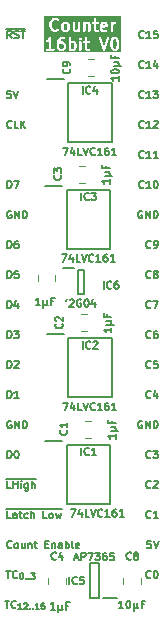
<source format=gto>
%TF.GenerationSoftware,KiCad,Pcbnew,8.0.7*%
%TF.CreationDate,2025-01-03T18:08:42+02:00*%
%TF.ProjectId,Counter 16bit,436f756e-7465-4722-9031-366269742e6b,V0*%
%TF.SameCoordinates,Original*%
%TF.FileFunction,Legend,Top*%
%TF.FilePolarity,Positive*%
%FSLAX46Y46*%
G04 Gerber Fmt 4.6, Leading zero omitted, Abs format (unit mm)*
G04 Created by KiCad (PCBNEW 8.0.7) date 2025-01-03 18:08:42*
%MOMM*%
%LPD*%
G01*
G04 APERTURE LIST*
%ADD10C,0.150000*%
%ADD11C,0.200000*%
%ADD12C,0.120000*%
G04 APERTURE END LIST*
D10*
X13399601Y-28165486D02*
X13369363Y-28195725D01*
X13369363Y-28195725D02*
X13278649Y-28225963D01*
X13278649Y-28225963D02*
X13218173Y-28225963D01*
X13218173Y-28225963D02*
X13127458Y-28195725D01*
X13127458Y-28195725D02*
X13066982Y-28135248D01*
X13066982Y-28135248D02*
X13036744Y-28074772D01*
X13036744Y-28074772D02*
X13006506Y-27953820D01*
X13006506Y-27953820D02*
X13006506Y-27863105D01*
X13006506Y-27863105D02*
X13036744Y-27742153D01*
X13036744Y-27742153D02*
X13066982Y-27681677D01*
X13066982Y-27681677D02*
X13127458Y-27621201D01*
X13127458Y-27621201D02*
X13218173Y-27590963D01*
X13218173Y-27590963D02*
X13278649Y-27590963D01*
X13278649Y-27590963D02*
X13369363Y-27621201D01*
X13369363Y-27621201D02*
X13399601Y-27651439D01*
X13974125Y-27590963D02*
X13671744Y-27590963D01*
X13671744Y-27590963D02*
X13641506Y-27893344D01*
X13641506Y-27893344D02*
X13671744Y-27863105D01*
X13671744Y-27863105D02*
X13732220Y-27832867D01*
X13732220Y-27832867D02*
X13883411Y-27832867D01*
X13883411Y-27832867D02*
X13943887Y-27863105D01*
X13943887Y-27863105D02*
X13974125Y-27893344D01*
X13974125Y-27893344D02*
X14004363Y-27953820D01*
X14004363Y-27953820D02*
X14004363Y-28105010D01*
X14004363Y-28105010D02*
X13974125Y-28165486D01*
X13974125Y-28165486D02*
X13943887Y-28195725D01*
X13943887Y-28195725D02*
X13883411Y-28225963D01*
X13883411Y-28225963D02*
X13732220Y-28225963D01*
X13732220Y-28225963D02*
X13671744Y-28195725D01*
X13671744Y-28195725D02*
X13641506Y-28165486D01*
X1598493Y-14921201D02*
X1538017Y-14890963D01*
X1538017Y-14890963D02*
X1447303Y-14890963D01*
X1447303Y-14890963D02*
X1356588Y-14921201D01*
X1356588Y-14921201D02*
X1296112Y-14981677D01*
X1296112Y-14981677D02*
X1265874Y-15042153D01*
X1265874Y-15042153D02*
X1235636Y-15163105D01*
X1235636Y-15163105D02*
X1235636Y-15253820D01*
X1235636Y-15253820D02*
X1265874Y-15374772D01*
X1265874Y-15374772D02*
X1296112Y-15435248D01*
X1296112Y-15435248D02*
X1356588Y-15495725D01*
X1356588Y-15495725D02*
X1447303Y-15525963D01*
X1447303Y-15525963D02*
X1507779Y-15525963D01*
X1507779Y-15525963D02*
X1598493Y-15495725D01*
X1598493Y-15495725D02*
X1628731Y-15465486D01*
X1628731Y-15465486D02*
X1628731Y-15253820D01*
X1628731Y-15253820D02*
X1507779Y-15253820D01*
X1900874Y-15525963D02*
X1900874Y-14890963D01*
X1900874Y-14890963D02*
X2263731Y-15525963D01*
X2263731Y-15525963D02*
X2263731Y-14890963D01*
X2566112Y-15525963D02*
X2566112Y-14890963D01*
X2566112Y-14890963D02*
X2717302Y-14890963D01*
X2717302Y-14890963D02*
X2808017Y-14921201D01*
X2808017Y-14921201D02*
X2868493Y-14981677D01*
X2868493Y-14981677D02*
X2898731Y-15042153D01*
X2898731Y-15042153D02*
X2928969Y-15163105D01*
X2928969Y-15163105D02*
X2928969Y-15253820D01*
X2928969Y-15253820D02*
X2898731Y-15374772D01*
X2898731Y-15374772D02*
X2868493Y-15435248D01*
X2868493Y-15435248D02*
X2808017Y-15495725D01*
X2808017Y-15495725D02*
X2717302Y-15525963D01*
X2717302Y-15525963D02*
X2566112Y-15525963D01*
X13399601Y-18005486D02*
X13369363Y-18035725D01*
X13369363Y-18035725D02*
X13278649Y-18065963D01*
X13278649Y-18065963D02*
X13218173Y-18065963D01*
X13218173Y-18065963D02*
X13127458Y-18035725D01*
X13127458Y-18035725D02*
X13066982Y-17975248D01*
X13066982Y-17975248D02*
X13036744Y-17914772D01*
X13036744Y-17914772D02*
X13006506Y-17793820D01*
X13006506Y-17793820D02*
X13006506Y-17703105D01*
X13006506Y-17703105D02*
X13036744Y-17582153D01*
X13036744Y-17582153D02*
X13066982Y-17521677D01*
X13066982Y-17521677D02*
X13127458Y-17461201D01*
X13127458Y-17461201D02*
X13218173Y-17430963D01*
X13218173Y-17430963D02*
X13278649Y-17430963D01*
X13278649Y-17430963D02*
X13369363Y-17461201D01*
X13369363Y-17461201D02*
X13399601Y-17491439D01*
X13701982Y-18065963D02*
X13822934Y-18065963D01*
X13822934Y-18065963D02*
X13883411Y-18035725D01*
X13883411Y-18035725D02*
X13913649Y-18005486D01*
X13913649Y-18005486D02*
X13974125Y-17914772D01*
X13974125Y-17914772D02*
X14004363Y-17793820D01*
X14004363Y-17793820D02*
X14004363Y-17551915D01*
X14004363Y-17551915D02*
X13974125Y-17491439D01*
X13974125Y-17491439D02*
X13943887Y-17461201D01*
X13943887Y-17461201D02*
X13883411Y-17430963D01*
X13883411Y-17430963D02*
X13762458Y-17430963D01*
X13762458Y-17430963D02*
X13701982Y-17461201D01*
X13701982Y-17461201D02*
X13671744Y-17491439D01*
X13671744Y-17491439D02*
X13641506Y-17551915D01*
X13641506Y-17551915D02*
X13641506Y-17703105D01*
X13641506Y-17703105D02*
X13671744Y-17763582D01*
X13671744Y-17763582D02*
X13701982Y-17793820D01*
X13701982Y-17793820D02*
X13762458Y-17824058D01*
X13762458Y-17824058D02*
X13883411Y-17824058D01*
X13883411Y-17824058D02*
X13943887Y-17793820D01*
X13943887Y-17793820D02*
X13974125Y-17763582D01*
X13974125Y-17763582D02*
X14004363Y-17703105D01*
X13399601Y-40865486D02*
X13369363Y-40895725D01*
X13369363Y-40895725D02*
X13278649Y-40925963D01*
X13278649Y-40925963D02*
X13218173Y-40925963D01*
X13218173Y-40925963D02*
X13127458Y-40895725D01*
X13127458Y-40895725D02*
X13066982Y-40835248D01*
X13066982Y-40835248D02*
X13036744Y-40774772D01*
X13036744Y-40774772D02*
X13006506Y-40653820D01*
X13006506Y-40653820D02*
X13006506Y-40563105D01*
X13006506Y-40563105D02*
X13036744Y-40442153D01*
X13036744Y-40442153D02*
X13066982Y-40381677D01*
X13066982Y-40381677D02*
X13127458Y-40321201D01*
X13127458Y-40321201D02*
X13218173Y-40290963D01*
X13218173Y-40290963D02*
X13278649Y-40290963D01*
X13278649Y-40290963D02*
X13369363Y-40321201D01*
X13369363Y-40321201D02*
X13399601Y-40351439D01*
X14004363Y-40925963D02*
X13641506Y-40925963D01*
X13822934Y-40925963D02*
X13822934Y-40290963D01*
X13822934Y-40290963D02*
X13762458Y-40381677D01*
X13762458Y-40381677D02*
X13701982Y-40442153D01*
X13701982Y-40442153D02*
X13641506Y-40472391D01*
X13399601Y-23085486D02*
X13369363Y-23115725D01*
X13369363Y-23115725D02*
X13278649Y-23145963D01*
X13278649Y-23145963D02*
X13218173Y-23145963D01*
X13218173Y-23145963D02*
X13127458Y-23115725D01*
X13127458Y-23115725D02*
X13066982Y-23055248D01*
X13066982Y-23055248D02*
X13036744Y-22994772D01*
X13036744Y-22994772D02*
X13006506Y-22873820D01*
X13006506Y-22873820D02*
X13006506Y-22783105D01*
X13006506Y-22783105D02*
X13036744Y-22662153D01*
X13036744Y-22662153D02*
X13066982Y-22601677D01*
X13066982Y-22601677D02*
X13127458Y-22541201D01*
X13127458Y-22541201D02*
X13218173Y-22510963D01*
X13218173Y-22510963D02*
X13278649Y-22510963D01*
X13278649Y-22510963D02*
X13369363Y-22541201D01*
X13369363Y-22541201D02*
X13399601Y-22571439D01*
X13611268Y-22510963D02*
X14034601Y-22510963D01*
X14034601Y-22510963D02*
X13762458Y-23145963D01*
X1175160Y-45370963D02*
X1538017Y-45370963D01*
X1356588Y-46005963D02*
X1356588Y-45370963D01*
X2112541Y-45945486D02*
X2082303Y-45975725D01*
X2082303Y-45975725D02*
X1991589Y-46005963D01*
X1991589Y-46005963D02*
X1931113Y-46005963D01*
X1931113Y-46005963D02*
X1840398Y-45975725D01*
X1840398Y-45975725D02*
X1779922Y-45915248D01*
X1779922Y-45915248D02*
X1749684Y-45854772D01*
X1749684Y-45854772D02*
X1719446Y-45733820D01*
X1719446Y-45733820D02*
X1719446Y-45643105D01*
X1719446Y-45643105D02*
X1749684Y-45522153D01*
X1749684Y-45522153D02*
X1779922Y-45461677D01*
X1779922Y-45461677D02*
X1840398Y-45401201D01*
X1840398Y-45401201D02*
X1931113Y-45370963D01*
X1931113Y-45370963D02*
X1991589Y-45370963D01*
X1991589Y-45370963D02*
X2082303Y-45401201D01*
X2082303Y-45401201D02*
X2112541Y-45431439D01*
X2451208Y-45568115D02*
X2499589Y-45568115D01*
X2499589Y-45568115D02*
X2547970Y-45592305D01*
X2547970Y-45592305D02*
X2572160Y-45616496D01*
X2572160Y-45616496D02*
X2596351Y-45664877D01*
X2596351Y-45664877D02*
X2620541Y-45761639D01*
X2620541Y-45761639D02*
X2620541Y-45882591D01*
X2620541Y-45882591D02*
X2596351Y-45979353D01*
X2596351Y-45979353D02*
X2572160Y-46027734D01*
X2572160Y-46027734D02*
X2547970Y-46051925D01*
X2547970Y-46051925D02*
X2499589Y-46076115D01*
X2499589Y-46076115D02*
X2451208Y-46076115D01*
X2451208Y-46076115D02*
X2402827Y-46051925D01*
X2402827Y-46051925D02*
X2378636Y-46027734D01*
X2378636Y-46027734D02*
X2354446Y-45979353D01*
X2354446Y-45979353D02*
X2330255Y-45882591D01*
X2330255Y-45882591D02*
X2330255Y-45761639D01*
X2330255Y-45761639D02*
X2354446Y-45664877D01*
X2354446Y-45664877D02*
X2378636Y-45616496D01*
X2378636Y-45616496D02*
X2402827Y-45592305D01*
X2402827Y-45592305D02*
X2451208Y-45568115D01*
X2838256Y-46027734D02*
X2862446Y-46051925D01*
X2862446Y-46051925D02*
X2838256Y-46076115D01*
X2838256Y-46076115D02*
X2814065Y-46051925D01*
X2814065Y-46051925D02*
X2838256Y-46027734D01*
X2838256Y-46027734D02*
X2838256Y-46076115D01*
X3080161Y-46027734D02*
X3104351Y-46051925D01*
X3104351Y-46051925D02*
X3080161Y-46076115D01*
X3080161Y-46076115D02*
X3055970Y-46051925D01*
X3055970Y-46051925D02*
X3080161Y-46027734D01*
X3080161Y-46027734D02*
X3080161Y-46076115D01*
X3273685Y-45568115D02*
X3588161Y-45568115D01*
X3588161Y-45568115D02*
X3418828Y-45761639D01*
X3418828Y-45761639D02*
X3491399Y-45761639D01*
X3491399Y-45761639D02*
X3539780Y-45785829D01*
X3539780Y-45785829D02*
X3563971Y-45810020D01*
X3563971Y-45810020D02*
X3588161Y-45858401D01*
X3588161Y-45858401D02*
X3588161Y-45979353D01*
X3588161Y-45979353D02*
X3563971Y-46027734D01*
X3563971Y-46027734D02*
X3539780Y-46051925D01*
X3539780Y-46051925D02*
X3491399Y-46076115D01*
X3491399Y-46076115D02*
X3346256Y-46076115D01*
X3346256Y-46076115D02*
X3297875Y-46051925D01*
X3297875Y-46051925D02*
X3273685Y-46027734D01*
X12794839Y-10385486D02*
X12764601Y-10415725D01*
X12764601Y-10415725D02*
X12673887Y-10445963D01*
X12673887Y-10445963D02*
X12613411Y-10445963D01*
X12613411Y-10445963D02*
X12522696Y-10415725D01*
X12522696Y-10415725D02*
X12462220Y-10355248D01*
X12462220Y-10355248D02*
X12431982Y-10294772D01*
X12431982Y-10294772D02*
X12401744Y-10173820D01*
X12401744Y-10173820D02*
X12401744Y-10083105D01*
X12401744Y-10083105D02*
X12431982Y-9962153D01*
X12431982Y-9962153D02*
X12462220Y-9901677D01*
X12462220Y-9901677D02*
X12522696Y-9841201D01*
X12522696Y-9841201D02*
X12613411Y-9810963D01*
X12613411Y-9810963D02*
X12673887Y-9810963D01*
X12673887Y-9810963D02*
X12764601Y-9841201D01*
X12764601Y-9841201D02*
X12794839Y-9871439D01*
X13399601Y-10445963D02*
X13036744Y-10445963D01*
X13218172Y-10445963D02*
X13218172Y-9810963D01*
X13218172Y-9810963D02*
X13157696Y-9901677D01*
X13157696Y-9901677D02*
X13097220Y-9962153D01*
X13097220Y-9962153D02*
X13036744Y-9992391D01*
X14004363Y-10445963D02*
X13641506Y-10445963D01*
X13822934Y-10445963D02*
X13822934Y-9810963D01*
X13822934Y-9810963D02*
X13762458Y-9901677D01*
X13762458Y-9901677D02*
X13701982Y-9962153D01*
X13701982Y-9962153D02*
X13641506Y-9992391D01*
X12794839Y-7845486D02*
X12764601Y-7875725D01*
X12764601Y-7875725D02*
X12673887Y-7905963D01*
X12673887Y-7905963D02*
X12613411Y-7905963D01*
X12613411Y-7905963D02*
X12522696Y-7875725D01*
X12522696Y-7875725D02*
X12462220Y-7815248D01*
X12462220Y-7815248D02*
X12431982Y-7754772D01*
X12431982Y-7754772D02*
X12401744Y-7633820D01*
X12401744Y-7633820D02*
X12401744Y-7543105D01*
X12401744Y-7543105D02*
X12431982Y-7422153D01*
X12431982Y-7422153D02*
X12462220Y-7361677D01*
X12462220Y-7361677D02*
X12522696Y-7301201D01*
X12522696Y-7301201D02*
X12613411Y-7270963D01*
X12613411Y-7270963D02*
X12673887Y-7270963D01*
X12673887Y-7270963D02*
X12764601Y-7301201D01*
X12764601Y-7301201D02*
X12794839Y-7331439D01*
X13399601Y-7905963D02*
X13036744Y-7905963D01*
X13218172Y-7905963D02*
X13218172Y-7270963D01*
X13218172Y-7270963D02*
X13157696Y-7361677D01*
X13157696Y-7361677D02*
X13097220Y-7422153D01*
X13097220Y-7422153D02*
X13036744Y-7452391D01*
X13641506Y-7331439D02*
X13671744Y-7301201D01*
X13671744Y-7301201D02*
X13732220Y-7270963D01*
X13732220Y-7270963D02*
X13883411Y-7270963D01*
X13883411Y-7270963D02*
X13943887Y-7301201D01*
X13943887Y-7301201D02*
X13974125Y-7331439D01*
X13974125Y-7331439D02*
X14004363Y-7391915D01*
X14004363Y-7391915D02*
X14004363Y-7452391D01*
X14004363Y-7452391D02*
X13974125Y-7543105D01*
X13974125Y-7543105D02*
X13611268Y-7905963D01*
X13611268Y-7905963D02*
X14004363Y-7905963D01*
X1265874Y-18065963D02*
X1265874Y-17430963D01*
X1265874Y-17430963D02*
X1417064Y-17430963D01*
X1417064Y-17430963D02*
X1507779Y-17461201D01*
X1507779Y-17461201D02*
X1568255Y-17521677D01*
X1568255Y-17521677D02*
X1598493Y-17582153D01*
X1598493Y-17582153D02*
X1628731Y-17703105D01*
X1628731Y-17703105D02*
X1628731Y-17793820D01*
X1628731Y-17793820D02*
X1598493Y-17914772D01*
X1598493Y-17914772D02*
X1568255Y-17975248D01*
X1568255Y-17975248D02*
X1507779Y-18035725D01*
X1507779Y-18035725D02*
X1417064Y-18065963D01*
X1417064Y-18065963D02*
X1265874Y-18065963D01*
X2173017Y-17430963D02*
X2052064Y-17430963D01*
X2052064Y-17430963D02*
X1991588Y-17461201D01*
X1991588Y-17461201D02*
X1961350Y-17491439D01*
X1961350Y-17491439D02*
X1900874Y-17582153D01*
X1900874Y-17582153D02*
X1870636Y-17703105D01*
X1870636Y-17703105D02*
X1870636Y-17945010D01*
X1870636Y-17945010D02*
X1900874Y-18005486D01*
X1900874Y-18005486D02*
X1931112Y-18035725D01*
X1931112Y-18035725D02*
X1991588Y-18065963D01*
X1991588Y-18065963D02*
X2112541Y-18065963D01*
X2112541Y-18065963D02*
X2173017Y-18035725D01*
X2173017Y-18035725D02*
X2203255Y-18005486D01*
X2203255Y-18005486D02*
X2233493Y-17945010D01*
X2233493Y-17945010D02*
X2233493Y-17793820D01*
X2233493Y-17793820D02*
X2203255Y-17733344D01*
X2203255Y-17733344D02*
X2173017Y-17703105D01*
X2173017Y-17703105D02*
X2112541Y-17672867D01*
X2112541Y-17672867D02*
X1991588Y-17672867D01*
X1991588Y-17672867D02*
X1931112Y-17703105D01*
X1931112Y-17703105D02*
X1900874Y-17733344D01*
X1900874Y-17733344D02*
X1870636Y-17793820D01*
X1265874Y-23145963D02*
X1265874Y-22510963D01*
X1265874Y-22510963D02*
X1417064Y-22510963D01*
X1417064Y-22510963D02*
X1507779Y-22541201D01*
X1507779Y-22541201D02*
X1568255Y-22601677D01*
X1568255Y-22601677D02*
X1598493Y-22662153D01*
X1598493Y-22662153D02*
X1628731Y-22783105D01*
X1628731Y-22783105D02*
X1628731Y-22873820D01*
X1628731Y-22873820D02*
X1598493Y-22994772D01*
X1598493Y-22994772D02*
X1568255Y-23055248D01*
X1568255Y-23055248D02*
X1507779Y-23115725D01*
X1507779Y-23115725D02*
X1417064Y-23145963D01*
X1417064Y-23145963D02*
X1265874Y-23145963D01*
X2173017Y-22722629D02*
X2173017Y-23145963D01*
X2021826Y-22480725D02*
X1870636Y-22934296D01*
X1870636Y-22934296D02*
X2263731Y-22934296D01*
X1265874Y-30765963D02*
X1265874Y-30130963D01*
X1265874Y-30130963D02*
X1417064Y-30130963D01*
X1417064Y-30130963D02*
X1507779Y-30161201D01*
X1507779Y-30161201D02*
X1568255Y-30221677D01*
X1568255Y-30221677D02*
X1598493Y-30282153D01*
X1598493Y-30282153D02*
X1628731Y-30403105D01*
X1628731Y-30403105D02*
X1628731Y-30493820D01*
X1628731Y-30493820D02*
X1598493Y-30614772D01*
X1598493Y-30614772D02*
X1568255Y-30675248D01*
X1568255Y-30675248D02*
X1507779Y-30735725D01*
X1507779Y-30735725D02*
X1417064Y-30765963D01*
X1417064Y-30765963D02*
X1265874Y-30765963D01*
X2233493Y-30765963D02*
X1870636Y-30765963D01*
X2052064Y-30765963D02*
X2052064Y-30130963D01*
X2052064Y-30130963D02*
X1991588Y-30221677D01*
X1991588Y-30221677D02*
X1931112Y-30282153D01*
X1931112Y-30282153D02*
X1870636Y-30312391D01*
X1265874Y-35845963D02*
X1265874Y-35210963D01*
X1265874Y-35210963D02*
X1417064Y-35210963D01*
X1417064Y-35210963D02*
X1507779Y-35241201D01*
X1507779Y-35241201D02*
X1568255Y-35301677D01*
X1568255Y-35301677D02*
X1598493Y-35362153D01*
X1598493Y-35362153D02*
X1628731Y-35483105D01*
X1628731Y-35483105D02*
X1628731Y-35573820D01*
X1628731Y-35573820D02*
X1598493Y-35694772D01*
X1598493Y-35694772D02*
X1568255Y-35755248D01*
X1568255Y-35755248D02*
X1507779Y-35815725D01*
X1507779Y-35815725D02*
X1417064Y-35845963D01*
X1417064Y-35845963D02*
X1265874Y-35845963D01*
X2021826Y-35210963D02*
X2082303Y-35210963D01*
X2082303Y-35210963D02*
X2142779Y-35241201D01*
X2142779Y-35241201D02*
X2173017Y-35271439D01*
X2173017Y-35271439D02*
X2203255Y-35331915D01*
X2203255Y-35331915D02*
X2233493Y-35452867D01*
X2233493Y-35452867D02*
X2233493Y-35604058D01*
X2233493Y-35604058D02*
X2203255Y-35725010D01*
X2203255Y-35725010D02*
X2173017Y-35785486D01*
X2173017Y-35785486D02*
X2142779Y-35815725D01*
X2142779Y-35815725D02*
X2082303Y-35845963D01*
X2082303Y-35845963D02*
X2021826Y-35845963D01*
X2021826Y-35845963D02*
X1961350Y-35815725D01*
X1961350Y-35815725D02*
X1931112Y-35785486D01*
X1931112Y-35785486D02*
X1900874Y-35725010D01*
X1900874Y-35725010D02*
X1870636Y-35604058D01*
X1870636Y-35604058D02*
X1870636Y-35452867D01*
X1870636Y-35452867D02*
X1900874Y-35331915D01*
X1900874Y-35331915D02*
X1931112Y-35271439D01*
X1931112Y-35271439D02*
X1961350Y-35241201D01*
X1961350Y-35241201D02*
X2021826Y-35210963D01*
X1628731Y-43405486D02*
X1598493Y-43435725D01*
X1598493Y-43435725D02*
X1507779Y-43465963D01*
X1507779Y-43465963D02*
X1447303Y-43465963D01*
X1447303Y-43465963D02*
X1356588Y-43435725D01*
X1356588Y-43435725D02*
X1296112Y-43375248D01*
X1296112Y-43375248D02*
X1265874Y-43314772D01*
X1265874Y-43314772D02*
X1235636Y-43193820D01*
X1235636Y-43193820D02*
X1235636Y-43103105D01*
X1235636Y-43103105D02*
X1265874Y-42982153D01*
X1265874Y-42982153D02*
X1296112Y-42921677D01*
X1296112Y-42921677D02*
X1356588Y-42861201D01*
X1356588Y-42861201D02*
X1447303Y-42830963D01*
X1447303Y-42830963D02*
X1507779Y-42830963D01*
X1507779Y-42830963D02*
X1598493Y-42861201D01*
X1598493Y-42861201D02*
X1628731Y-42891439D01*
X1991588Y-43465963D02*
X1931112Y-43435725D01*
X1931112Y-43435725D02*
X1900874Y-43405486D01*
X1900874Y-43405486D02*
X1870636Y-43345010D01*
X1870636Y-43345010D02*
X1870636Y-43163582D01*
X1870636Y-43163582D02*
X1900874Y-43103105D01*
X1900874Y-43103105D02*
X1931112Y-43072867D01*
X1931112Y-43072867D02*
X1991588Y-43042629D01*
X1991588Y-43042629D02*
X2082303Y-43042629D01*
X2082303Y-43042629D02*
X2142779Y-43072867D01*
X2142779Y-43072867D02*
X2173017Y-43103105D01*
X2173017Y-43103105D02*
X2203255Y-43163582D01*
X2203255Y-43163582D02*
X2203255Y-43345010D01*
X2203255Y-43345010D02*
X2173017Y-43405486D01*
X2173017Y-43405486D02*
X2142779Y-43435725D01*
X2142779Y-43435725D02*
X2082303Y-43465963D01*
X2082303Y-43465963D02*
X1991588Y-43465963D01*
X2747541Y-43042629D02*
X2747541Y-43465963D01*
X2475398Y-43042629D02*
X2475398Y-43375248D01*
X2475398Y-43375248D02*
X2505636Y-43435725D01*
X2505636Y-43435725D02*
X2566112Y-43465963D01*
X2566112Y-43465963D02*
X2656827Y-43465963D01*
X2656827Y-43465963D02*
X2717303Y-43435725D01*
X2717303Y-43435725D02*
X2747541Y-43405486D01*
X3049922Y-43042629D02*
X3049922Y-43465963D01*
X3049922Y-43103105D02*
X3080160Y-43072867D01*
X3080160Y-43072867D02*
X3140636Y-43042629D01*
X3140636Y-43042629D02*
X3231351Y-43042629D01*
X3231351Y-43042629D02*
X3291827Y-43072867D01*
X3291827Y-43072867D02*
X3322065Y-43133344D01*
X3322065Y-43133344D02*
X3322065Y-43465963D01*
X3533732Y-43042629D02*
X3775636Y-43042629D01*
X3624446Y-42830963D02*
X3624446Y-43375248D01*
X3624446Y-43375248D02*
X3654684Y-43435725D01*
X3654684Y-43435725D02*
X3715160Y-43465963D01*
X3715160Y-43465963D02*
X3775636Y-43465963D01*
X4471113Y-43133344D02*
X4682780Y-43133344D01*
X4773494Y-43465963D02*
X4471113Y-43465963D01*
X4471113Y-43465963D02*
X4471113Y-42830963D01*
X4471113Y-42830963D02*
X4773494Y-42830963D01*
X5045637Y-43042629D02*
X5045637Y-43465963D01*
X5045637Y-43103105D02*
X5075875Y-43072867D01*
X5075875Y-43072867D02*
X5136351Y-43042629D01*
X5136351Y-43042629D02*
X5227066Y-43042629D01*
X5227066Y-43042629D02*
X5287542Y-43072867D01*
X5287542Y-43072867D02*
X5317780Y-43133344D01*
X5317780Y-43133344D02*
X5317780Y-43465963D01*
X5892304Y-43465963D02*
X5892304Y-43133344D01*
X5892304Y-43133344D02*
X5862066Y-43072867D01*
X5862066Y-43072867D02*
X5801590Y-43042629D01*
X5801590Y-43042629D02*
X5680637Y-43042629D01*
X5680637Y-43042629D02*
X5620161Y-43072867D01*
X5892304Y-43435725D02*
X5831828Y-43465963D01*
X5831828Y-43465963D02*
X5680637Y-43465963D01*
X5680637Y-43465963D02*
X5620161Y-43435725D01*
X5620161Y-43435725D02*
X5589923Y-43375248D01*
X5589923Y-43375248D02*
X5589923Y-43314772D01*
X5589923Y-43314772D02*
X5620161Y-43254296D01*
X5620161Y-43254296D02*
X5680637Y-43224058D01*
X5680637Y-43224058D02*
X5831828Y-43224058D01*
X5831828Y-43224058D02*
X5892304Y-43193820D01*
X6194685Y-43465963D02*
X6194685Y-42830963D01*
X6194685Y-43072867D02*
X6255161Y-43042629D01*
X6255161Y-43042629D02*
X6376114Y-43042629D01*
X6376114Y-43042629D02*
X6436590Y-43072867D01*
X6436590Y-43072867D02*
X6466828Y-43103105D01*
X6466828Y-43103105D02*
X6497066Y-43163582D01*
X6497066Y-43163582D02*
X6497066Y-43345010D01*
X6497066Y-43345010D02*
X6466828Y-43405486D01*
X6466828Y-43405486D02*
X6436590Y-43435725D01*
X6436590Y-43435725D02*
X6376114Y-43465963D01*
X6376114Y-43465963D02*
X6255161Y-43465963D01*
X6255161Y-43465963D02*
X6194685Y-43435725D01*
X6859923Y-43465963D02*
X6799447Y-43435725D01*
X6799447Y-43435725D02*
X6769209Y-43375248D01*
X6769209Y-43375248D02*
X6769209Y-42830963D01*
X7343733Y-43435725D02*
X7283257Y-43465963D01*
X7283257Y-43465963D02*
X7162304Y-43465963D01*
X7162304Y-43465963D02*
X7101828Y-43435725D01*
X7101828Y-43435725D02*
X7071590Y-43375248D01*
X7071590Y-43375248D02*
X7071590Y-43133344D01*
X7071590Y-43133344D02*
X7101828Y-43072867D01*
X7101828Y-43072867D02*
X7162304Y-43042629D01*
X7162304Y-43042629D02*
X7283257Y-43042629D01*
X7283257Y-43042629D02*
X7343733Y-43072867D01*
X7343733Y-43072867D02*
X7373971Y-43133344D01*
X7373971Y-43133344D02*
X7373971Y-43193820D01*
X7373971Y-43193820D02*
X7071590Y-43254296D01*
D11*
G36*
X5965525Y-774976D02*
G01*
X5990194Y-799644D01*
X6019999Y-859254D01*
X6019999Y-1050135D01*
X5990194Y-1109743D01*
X5965525Y-1134413D01*
X5905916Y-1164219D01*
X5762654Y-1164219D01*
X5703044Y-1134414D01*
X5678377Y-1109746D01*
X5648571Y-1050134D01*
X5648571Y-859254D01*
X5678376Y-799644D01*
X5703044Y-774975D01*
X5762654Y-745171D01*
X5905916Y-745171D01*
X5965525Y-774976D01*
G37*
G36*
X6870287Y-727357D02*
G01*
X6894956Y-752025D01*
X6924761Y-811635D01*
X6924761Y-1050135D01*
X6894956Y-1109743D01*
X6870287Y-1134413D01*
X6810678Y-1164219D01*
X6667416Y-1164219D01*
X6648571Y-1154796D01*
X6648571Y-706974D01*
X6667416Y-697552D01*
X6810678Y-697552D01*
X6870287Y-727357D01*
G37*
G36*
X10441716Y-394024D02*
G01*
X10466385Y-418692D01*
X10501838Y-489599D01*
X10543809Y-657480D01*
X10543809Y-870956D01*
X10501838Y-1038837D01*
X10466385Y-1109743D01*
X10441716Y-1134413D01*
X10382107Y-1164219D01*
X10334083Y-1164219D01*
X10274473Y-1134414D01*
X10249806Y-1109746D01*
X10214351Y-1038837D01*
X10172381Y-870956D01*
X10172381Y-657481D01*
X10214351Y-489599D01*
X10249805Y-418692D01*
X10274473Y-394023D01*
X10334083Y-364219D01*
X10382107Y-364219D01*
X10441716Y-394024D01*
G37*
G36*
X6298858Y882585D02*
G01*
X6323527Y857917D01*
X6353332Y798308D01*
X6353332Y559808D01*
X6323527Y500198D01*
X6298856Y475527D01*
X6239250Y445724D01*
X6143605Y445724D01*
X6083997Y475528D01*
X6059328Y500198D01*
X6029523Y559808D01*
X6029523Y798307D01*
X6059328Y857917D01*
X6083996Y882586D01*
X6143606Y912391D01*
X6239249Y912391D01*
X6298858Y882585D01*
G37*
G36*
X9569273Y890235D02*
G01*
X9586723Y855335D01*
X9315238Y801038D01*
X9315238Y845926D01*
X9337393Y890236D01*
X9381702Y912391D01*
X9524964Y912391D01*
X9569273Y890235D01*
G37*
G36*
X10854920Y-1475330D02*
G01*
X4385864Y-1475330D01*
X4385864Y-537426D01*
X4496975Y-537426D01*
X4499741Y-576346D01*
X4517190Y-611245D01*
X4546667Y-636809D01*
X4583683Y-649148D01*
X4622603Y-646382D01*
X4640911Y-639376D01*
X4736149Y-591757D01*
X4744545Y-586471D01*
X4746985Y-585461D01*
X4749731Y-583207D01*
X4752739Y-581314D01*
X4754468Y-579319D01*
X4762139Y-573025D01*
X4781904Y-553260D01*
X4781904Y-1164219D01*
X4596190Y-1164219D01*
X4576681Y-1166140D01*
X4540633Y-1181072D01*
X4513043Y-1208662D01*
X4498111Y-1244710D01*
X4498111Y-1283728D01*
X4513043Y-1319776D01*
X4540633Y-1347366D01*
X4576681Y-1362298D01*
X4596190Y-1364219D01*
X5167618Y-1364219D01*
X5187127Y-1362298D01*
X5223175Y-1347366D01*
X5250765Y-1319776D01*
X5265697Y-1283728D01*
X5265697Y-1244710D01*
X5250765Y-1208662D01*
X5223175Y-1181072D01*
X5187127Y-1166140D01*
X5167618Y-1164219D01*
X4981904Y-1164219D01*
X4981904Y-692790D01*
X5448571Y-692790D01*
X5448571Y-1073742D01*
X5450492Y-1093251D01*
X5451867Y-1096571D01*
X5452122Y-1100155D01*
X5459128Y-1118463D01*
X5506747Y-1213701D01*
X5512030Y-1222093D01*
X5513042Y-1224537D01*
X5515298Y-1227286D01*
X5517190Y-1230291D01*
X5519184Y-1232020D01*
X5525479Y-1239690D01*
X5573097Y-1287310D01*
X5580765Y-1293603D01*
X5582497Y-1295600D01*
X5585505Y-1297493D01*
X5588251Y-1299747D01*
X5590691Y-1300757D01*
X5599088Y-1306043D01*
X5694325Y-1353662D01*
X5712634Y-1360668D01*
X5716217Y-1360922D01*
X5719538Y-1362298D01*
X5739047Y-1364219D01*
X5929523Y-1364219D01*
X5949032Y-1362298D01*
X5952352Y-1360922D01*
X5955936Y-1360668D01*
X5974244Y-1353662D01*
X6069482Y-1306043D01*
X6077877Y-1300758D01*
X6080319Y-1299747D01*
X6083066Y-1297491D01*
X6086072Y-1295600D01*
X6087802Y-1293605D01*
X6095472Y-1287310D01*
X6143091Y-1239690D01*
X6149383Y-1232023D01*
X6151380Y-1230292D01*
X6153273Y-1227284D01*
X6155528Y-1224537D01*
X6156539Y-1222095D01*
X6161823Y-1213701D01*
X6209442Y-1118464D01*
X6216448Y-1100155D01*
X6216702Y-1096571D01*
X6218078Y-1093251D01*
X6219999Y-1073742D01*
X6219999Y-835647D01*
X6218078Y-816138D01*
X6216702Y-812817D01*
X6216448Y-809234D01*
X6209442Y-790925D01*
X6161823Y-695688D01*
X6156537Y-687291D01*
X6155527Y-684851D01*
X6153273Y-682105D01*
X6151380Y-679097D01*
X6149382Y-677364D01*
X6143090Y-669698D01*
X6095472Y-622079D01*
X6087801Y-615784D01*
X6086072Y-613790D01*
X6083064Y-611896D01*
X6080318Y-609643D01*
X6077878Y-608632D01*
X6069482Y-603347D01*
X5974244Y-555728D01*
X5955936Y-548722D01*
X5952352Y-548467D01*
X5949032Y-547092D01*
X5929523Y-545171D01*
X5739047Y-545171D01*
X5719538Y-547092D01*
X5716217Y-548467D01*
X5712634Y-548722D01*
X5694325Y-555728D01*
X5684712Y-560534D01*
X5689003Y-543372D01*
X5769139Y-423167D01*
X5798282Y-394023D01*
X5857892Y-364219D01*
X6024761Y-364219D01*
X6044270Y-362298D01*
X6080318Y-347366D01*
X6107908Y-319776D01*
X6122840Y-283728D01*
X6122840Y-264219D01*
X6448571Y-264219D01*
X6448571Y-1264219D01*
X6450492Y-1283728D01*
X6465424Y-1319776D01*
X6493014Y-1347366D01*
X6529062Y-1362298D01*
X6568080Y-1362298D01*
X6594484Y-1351360D01*
X6599087Y-1353662D01*
X6617396Y-1360668D01*
X6620979Y-1360922D01*
X6624300Y-1362298D01*
X6643809Y-1364219D01*
X6834285Y-1364219D01*
X6853794Y-1362298D01*
X6857114Y-1360922D01*
X6860698Y-1360668D01*
X6879006Y-1353662D01*
X6974244Y-1306043D01*
X6982639Y-1300758D01*
X6985081Y-1299747D01*
X6987828Y-1297491D01*
X6990834Y-1295600D01*
X6992564Y-1293605D01*
X7000234Y-1287310D01*
X7047853Y-1239690D01*
X7054145Y-1232023D01*
X7056142Y-1230292D01*
X7058035Y-1227284D01*
X7060290Y-1224537D01*
X7061301Y-1222095D01*
X7066585Y-1213701D01*
X7114204Y-1118464D01*
X7121210Y-1100155D01*
X7121464Y-1096571D01*
X7122840Y-1093251D01*
X7124761Y-1073742D01*
X7124761Y-788028D01*
X7122840Y-768519D01*
X7121464Y-765198D01*
X7121210Y-761615D01*
X7114204Y-743306D01*
X7066585Y-648069D01*
X7061299Y-639672D01*
X7060289Y-637232D01*
X7058035Y-634486D01*
X7056142Y-631478D01*
X7054144Y-629745D01*
X7047852Y-622079D01*
X7023326Y-597552D01*
X7353333Y-597552D01*
X7353333Y-1264219D01*
X7355254Y-1283728D01*
X7370186Y-1319776D01*
X7397776Y-1347366D01*
X7433824Y-1362298D01*
X7472842Y-1362298D01*
X7508890Y-1347366D01*
X7536480Y-1319776D01*
X7551412Y-1283728D01*
X7553333Y-1264219D01*
X7553333Y-597552D01*
X7551412Y-578043D01*
X7688587Y-578043D01*
X7688587Y-617061D01*
X7703519Y-653109D01*
X7731109Y-680699D01*
X7767157Y-695631D01*
X7786666Y-697552D01*
X7829523Y-697552D01*
X7829523Y-1121361D01*
X7831444Y-1140870D01*
X7832819Y-1144190D01*
X7833074Y-1147773D01*
X7840080Y-1166082D01*
X7887699Y-1261321D01*
X7889752Y-1264584D01*
X7890266Y-1266123D01*
X7891928Y-1268039D01*
X7898142Y-1277911D01*
X7907613Y-1286125D01*
X7915830Y-1295600D01*
X7925700Y-1301812D01*
X7927618Y-1303476D01*
X7929158Y-1303989D01*
X7932421Y-1306043D01*
X8027658Y-1353662D01*
X8045967Y-1360668D01*
X8049550Y-1360922D01*
X8052871Y-1362298D01*
X8072380Y-1364219D01*
X8167618Y-1364219D01*
X8187127Y-1362298D01*
X8223175Y-1347366D01*
X8250765Y-1319776D01*
X8265697Y-1283728D01*
X8265697Y-1244710D01*
X8250765Y-1208662D01*
X8223175Y-1181072D01*
X8187127Y-1166140D01*
X8167618Y-1164219D01*
X8095987Y-1164219D01*
X8051677Y-1142064D01*
X8029523Y-1097754D01*
X8029523Y-697552D01*
X8167618Y-697552D01*
X8187127Y-695631D01*
X8223175Y-680699D01*
X8250765Y-653109D01*
X8265697Y-617061D01*
X8265697Y-578043D01*
X8250765Y-541995D01*
X8223175Y-514405D01*
X8187127Y-499473D01*
X8167618Y-497552D01*
X8029523Y-497552D01*
X8029523Y-276726D01*
X9020785Y-276726D01*
X9025132Y-295842D01*
X9358465Y-1295841D01*
X9366456Y-1313742D01*
X9371139Y-1319141D01*
X9374334Y-1325531D01*
X9383805Y-1333746D01*
X9392021Y-1343218D01*
X9398409Y-1346412D01*
X9403810Y-1351096D01*
X9415711Y-1355063D01*
X9426920Y-1360667D01*
X9434044Y-1361173D01*
X9440826Y-1363434D01*
X9453335Y-1362544D01*
X9465840Y-1363434D01*
X9472618Y-1361174D01*
X9479746Y-1360668D01*
X9490962Y-1355059D01*
X9502856Y-1351095D01*
X9508253Y-1346414D01*
X9514645Y-1343218D01*
X9522863Y-1333742D01*
X9532332Y-1325530D01*
X9535525Y-1319143D01*
X9540210Y-1313742D01*
X9548201Y-1295842D01*
X9765091Y-645171D01*
X9972381Y-645171D01*
X9972381Y-883266D01*
X9972716Y-886668D01*
X9972499Y-888127D01*
X9973578Y-895424D01*
X9974302Y-902775D01*
X9974866Y-904138D01*
X9975367Y-907520D01*
X10022986Y-1097995D01*
X10023499Y-1099432D01*
X10023551Y-1100155D01*
X10026659Y-1108279D01*
X10029581Y-1116456D01*
X10030011Y-1117036D01*
X10030557Y-1118463D01*
X10078176Y-1213701D01*
X10083459Y-1222093D01*
X10084471Y-1224537D01*
X10086727Y-1227286D01*
X10088619Y-1230291D01*
X10090613Y-1232020D01*
X10096908Y-1239690D01*
X10144526Y-1287310D01*
X10152194Y-1293603D01*
X10153926Y-1295600D01*
X10156934Y-1297493D01*
X10159680Y-1299747D01*
X10162120Y-1300757D01*
X10170517Y-1306043D01*
X10265754Y-1353662D01*
X10284063Y-1360668D01*
X10287646Y-1360922D01*
X10290967Y-1362298D01*
X10310476Y-1364219D01*
X10405714Y-1364219D01*
X10425223Y-1362298D01*
X10428543Y-1360922D01*
X10432127Y-1360668D01*
X10450435Y-1353662D01*
X10545673Y-1306043D01*
X10554068Y-1300758D01*
X10556510Y-1299747D01*
X10559257Y-1297491D01*
X10562263Y-1295600D01*
X10563993Y-1293605D01*
X10571663Y-1287310D01*
X10619282Y-1239690D01*
X10625574Y-1232023D01*
X10627571Y-1230292D01*
X10629464Y-1227284D01*
X10631719Y-1224537D01*
X10632730Y-1222095D01*
X10638014Y-1213701D01*
X10685633Y-1118464D01*
X10686179Y-1117035D01*
X10686609Y-1116456D01*
X10689530Y-1108279D01*
X10692639Y-1100155D01*
X10692690Y-1099434D01*
X10693204Y-1097996D01*
X10740823Y-907520D01*
X10741323Y-904138D01*
X10741888Y-902775D01*
X10742611Y-895424D01*
X10743691Y-888127D01*
X10743473Y-886668D01*
X10743809Y-883266D01*
X10743809Y-645171D01*
X10743473Y-641768D01*
X10743691Y-640310D01*
X10742611Y-633012D01*
X10741888Y-625662D01*
X10741323Y-624298D01*
X10740823Y-620917D01*
X10693204Y-430441D01*
X10692690Y-429002D01*
X10692639Y-428282D01*
X10689530Y-420157D01*
X10686609Y-411981D01*
X10686179Y-411401D01*
X10685633Y-409973D01*
X10638014Y-314736D01*
X10632728Y-306339D01*
X10631718Y-303899D01*
X10629464Y-301153D01*
X10627571Y-298145D01*
X10625573Y-296412D01*
X10619281Y-288746D01*
X10571663Y-241127D01*
X10563992Y-234832D01*
X10562263Y-232838D01*
X10559255Y-230944D01*
X10556509Y-228691D01*
X10554069Y-227680D01*
X10545673Y-222395D01*
X10450435Y-174776D01*
X10432127Y-167770D01*
X10428543Y-167515D01*
X10425223Y-166140D01*
X10405714Y-164219D01*
X10310476Y-164219D01*
X10290967Y-166140D01*
X10287646Y-167515D01*
X10284063Y-167770D01*
X10265754Y-174776D01*
X10170517Y-222395D01*
X10162120Y-227680D01*
X10159680Y-228691D01*
X10156934Y-230944D01*
X10153926Y-232838D01*
X10152193Y-234835D01*
X10144527Y-241128D01*
X10096908Y-288746D01*
X10090613Y-296416D01*
X10088619Y-298146D01*
X10086725Y-301153D01*
X10084472Y-303900D01*
X10083461Y-306339D01*
X10078176Y-314736D01*
X10030557Y-409974D01*
X10030011Y-411400D01*
X10029581Y-411981D01*
X10026659Y-420157D01*
X10023551Y-428282D01*
X10023499Y-429004D01*
X10022986Y-430442D01*
X9975367Y-620917D01*
X9974866Y-624298D01*
X9974302Y-625662D01*
X9973578Y-633012D01*
X9972499Y-640310D01*
X9972716Y-641768D01*
X9972381Y-645171D01*
X9765091Y-645171D01*
X9881534Y-295842D01*
X9885881Y-276727D01*
X9883115Y-237807D01*
X9865665Y-202908D01*
X9836189Y-177343D01*
X9799173Y-165004D01*
X9760253Y-167771D01*
X9725354Y-185220D01*
X9699789Y-214696D01*
X9691798Y-232597D01*
X9453333Y-947991D01*
X9214868Y-232596D01*
X9206877Y-214696D01*
X9181312Y-185220D01*
X9146413Y-167770D01*
X9107493Y-165004D01*
X9070477Y-177342D01*
X9041001Y-202907D01*
X9023551Y-237806D01*
X9020785Y-276726D01*
X8029523Y-276726D01*
X8029523Y-264219D01*
X8027602Y-244710D01*
X8012670Y-208662D01*
X7985080Y-181072D01*
X7949032Y-166140D01*
X7910014Y-166140D01*
X7873966Y-181072D01*
X7846376Y-208662D01*
X7831444Y-244710D01*
X7829523Y-264219D01*
X7829523Y-497552D01*
X7786666Y-497552D01*
X7767157Y-499473D01*
X7731109Y-514405D01*
X7703519Y-541995D01*
X7688587Y-578043D01*
X7551412Y-578043D01*
X7536480Y-541995D01*
X7508890Y-514405D01*
X7472842Y-499473D01*
X7433824Y-499473D01*
X7397776Y-514405D01*
X7370186Y-541995D01*
X7355254Y-578043D01*
X7353333Y-597552D01*
X7023326Y-597552D01*
X7000234Y-574460D01*
X6992563Y-568165D01*
X6990834Y-566171D01*
X6987826Y-564277D01*
X6985080Y-562024D01*
X6982640Y-561013D01*
X6974244Y-555728D01*
X6879006Y-508109D01*
X6860698Y-501103D01*
X6857114Y-500848D01*
X6853794Y-499473D01*
X6834285Y-497552D01*
X6648571Y-497552D01*
X6648571Y-292329D01*
X7307635Y-292329D01*
X7307635Y-331347D01*
X7322567Y-367395D01*
X7335003Y-382549D01*
X7382622Y-430167D01*
X7397775Y-442604D01*
X7404625Y-445441D01*
X7433824Y-457536D01*
X7472842Y-457536D01*
X7508890Y-442604D01*
X7524044Y-430168D01*
X7571662Y-382549D01*
X7584099Y-367396D01*
X7599030Y-331347D01*
X7599030Y-292329D01*
X7597515Y-288672D01*
X7584099Y-256280D01*
X7571662Y-241127D01*
X7524044Y-193508D01*
X7508890Y-181072D01*
X7472842Y-166140D01*
X7433824Y-166140D01*
X7408333Y-176698D01*
X7397775Y-181072D01*
X7382622Y-193509D01*
X7335003Y-241127D01*
X7322568Y-256280D01*
X7322567Y-256281D01*
X7307635Y-292329D01*
X6648571Y-292329D01*
X6648571Y-264219D01*
X6646650Y-244710D01*
X6631718Y-208662D01*
X6604128Y-181072D01*
X6568080Y-166140D01*
X6529062Y-166140D01*
X6493014Y-181072D01*
X6465424Y-208662D01*
X6450492Y-244710D01*
X6448571Y-264219D01*
X6122840Y-264219D01*
X6122840Y-244710D01*
X6107908Y-208662D01*
X6080318Y-181072D01*
X6044270Y-166140D01*
X6024761Y-164219D01*
X5834285Y-164219D01*
X5814776Y-166140D01*
X5811455Y-167515D01*
X5807872Y-167770D01*
X5789563Y-174776D01*
X5694326Y-222395D01*
X5685929Y-227680D01*
X5683489Y-228691D01*
X5680743Y-230944D01*
X5677735Y-232838D01*
X5676002Y-234835D01*
X5668336Y-241128D01*
X5620717Y-288746D01*
X5620672Y-288800D01*
X5620643Y-288820D01*
X5614461Y-296368D01*
X5608281Y-303900D01*
X5608267Y-303932D01*
X5608223Y-303987D01*
X5512985Y-446844D01*
X5507242Y-457613D01*
X5505771Y-459600D01*
X5504933Y-461945D01*
X5503762Y-464142D01*
X5503282Y-466565D01*
X5499176Y-478061D01*
X5451557Y-668536D01*
X5451056Y-671917D01*
X5450492Y-673281D01*
X5449768Y-680631D01*
X5448689Y-687929D01*
X5448906Y-689387D01*
X5448571Y-692790D01*
X4981904Y-692790D01*
X4981904Y-264219D01*
X4981897Y-264148D01*
X4981904Y-264114D01*
X4981883Y-264012D01*
X4979983Y-244710D01*
X4976193Y-235561D01*
X4974252Y-225854D01*
X4968800Y-217713D01*
X4965051Y-208662D01*
X4958051Y-201662D01*
X4952541Y-193434D01*
X4944386Y-187997D01*
X4937461Y-181072D01*
X4928317Y-177284D01*
X4920076Y-171790D01*
X4910462Y-169888D01*
X4901413Y-166140D01*
X4891512Y-166140D01*
X4881800Y-164219D01*
X4872195Y-166140D01*
X4862395Y-166140D01*
X4853246Y-169929D01*
X4843539Y-171871D01*
X4835398Y-177322D01*
X4826347Y-181072D01*
X4819347Y-188071D01*
X4811119Y-193582D01*
X4798830Y-208588D01*
X4798757Y-208662D01*
X4798743Y-208694D01*
X4798699Y-208749D01*
X4708955Y-343365D01*
X4632191Y-420128D01*
X4551469Y-460490D01*
X4534878Y-470933D01*
X4509314Y-500410D01*
X4496975Y-537426D01*
X4385864Y-537426D01*
X4385864Y917153D01*
X4829523Y917153D01*
X4829523Y774296D01*
X4829858Y770893D01*
X4829641Y769435D01*
X4830720Y762137D01*
X4831444Y754787D01*
X4832008Y753423D01*
X4832509Y750042D01*
X4880128Y559567D01*
X4880641Y558129D01*
X4880693Y557407D01*
X4883801Y549282D01*
X4886723Y541106D01*
X4887153Y540525D01*
X4887699Y539099D01*
X4935318Y443861D01*
X4940603Y435464D01*
X4941614Y433025D01*
X4943867Y430278D01*
X4945761Y427271D01*
X4947755Y425541D01*
X4954050Y417871D01*
X5049288Y322633D01*
X5064442Y310197D01*
X5067760Y308822D01*
X5070475Y306468D01*
X5088376Y298476D01*
X5231233Y250856D01*
X5240905Y248656D01*
X5243347Y247645D01*
X5246884Y247296D01*
X5250348Y246509D01*
X5252982Y246696D01*
X5262856Y245724D01*
X5358094Y245724D01*
X5367967Y246696D01*
X5370602Y246509D01*
X5374065Y247296D01*
X5377603Y247645D01*
X5380044Y248656D01*
X5389717Y250856D01*
X5532575Y298476D01*
X5550475Y306468D01*
X5553189Y308822D01*
X5556508Y310197D01*
X5571662Y322633D01*
X5619280Y370252D01*
X5631717Y385405D01*
X5646648Y421454D01*
X5646648Y460472D01*
X5631717Y496520D01*
X5604127Y524110D01*
X5568079Y539041D01*
X5529061Y539041D01*
X5493012Y524110D01*
X5477859Y511673D01*
X5446931Y480746D01*
X5341867Y445724D01*
X5279084Y445724D01*
X5174018Y480746D01*
X5106946Y547818D01*
X5071493Y618724D01*
X5029523Y786606D01*
X5029523Y821915D01*
X5829523Y821915D01*
X5829523Y536201D01*
X5831444Y516692D01*
X5832819Y513371D01*
X5833074Y509788D01*
X5840080Y491480D01*
X5887699Y396242D01*
X5892984Y387845D01*
X5893995Y385406D01*
X5896248Y382659D01*
X5898142Y379652D01*
X5900136Y377922D01*
X5906431Y370252D01*
X5954050Y322634D01*
X5961719Y316339D01*
X5963449Y314345D01*
X5966453Y312453D01*
X5969203Y310197D01*
X5971646Y309185D01*
X5980039Y303902D01*
X6075277Y256282D01*
X6093586Y249275D01*
X6097169Y249020D01*
X6100490Y247645D01*
X6119999Y245724D01*
X6262856Y245724D01*
X6282365Y247645D01*
X6285684Y249020D01*
X6289270Y249275D01*
X6307578Y256282D01*
X6402816Y303902D01*
X6411211Y309186D01*
X6413651Y310197D01*
X6416396Y312450D01*
X6419407Y314345D01*
X6421138Y316341D01*
X6428805Y322633D01*
X6476423Y370252D01*
X6482715Y377918D01*
X6484713Y379651D01*
X6486606Y382659D01*
X6488860Y385405D01*
X6489870Y387845D01*
X6495156Y396242D01*
X6542775Y491479D01*
X6549781Y509788D01*
X6550035Y513371D01*
X6551411Y516692D01*
X6553332Y536201D01*
X6553332Y821915D01*
X6551411Y841424D01*
X6550035Y844744D01*
X6549781Y848328D01*
X6542775Y866637D01*
X6495156Y961874D01*
X6489870Y970270D01*
X6488860Y972711D01*
X6486606Y975456D01*
X6484713Y978465D01*
X6482715Y980197D01*
X6476423Y987864D01*
X6451897Y1012391D01*
X6781904Y1012391D01*
X6781904Y488582D01*
X6783825Y469073D01*
X6785200Y465752D01*
X6785455Y462169D01*
X6792461Y443861D01*
X6840080Y348623D01*
X6842132Y345362D01*
X6842646Y343822D01*
X6844309Y341904D01*
X6850523Y332033D01*
X6859995Y323817D01*
X6868211Y314345D01*
X6878082Y308131D01*
X6880000Y306468D01*
X6881540Y305954D01*
X6884801Y303902D01*
X6980039Y256282D01*
X6998348Y249275D01*
X7001931Y249020D01*
X7005252Y247645D01*
X7024761Y245724D01*
X7167618Y245724D01*
X7187127Y247645D01*
X7190446Y249020D01*
X7194032Y249275D01*
X7212340Y256282D01*
X7244921Y272573D01*
X7254918Y262577D01*
X7290966Y247645D01*
X7329984Y247645D01*
X7366032Y262577D01*
X7393622Y290167D01*
X7408554Y326215D01*
X7410475Y345724D01*
X7410475Y1012391D01*
X7686666Y1012391D01*
X7686666Y345724D01*
X7688587Y326215D01*
X7703519Y290167D01*
X7731109Y262577D01*
X7767157Y247645D01*
X7806175Y247645D01*
X7842223Y262577D01*
X7869813Y290167D01*
X7884745Y326215D01*
X7886666Y345724D01*
X7886666Y875731D01*
X7893520Y882586D01*
X7953130Y912391D01*
X8048773Y912391D01*
X8093082Y890235D01*
X8115237Y845927D01*
X8115237Y345724D01*
X8117158Y326215D01*
X8132090Y290167D01*
X8159680Y262577D01*
X8195728Y247645D01*
X8234746Y247645D01*
X8270794Y262577D01*
X8298384Y290167D01*
X8313316Y326215D01*
X8315237Y345724D01*
X8315237Y869534D01*
X8313316Y889043D01*
X8311940Y892363D01*
X8311686Y895947D01*
X8304680Y914256D01*
X8257061Y1009493D01*
X8255006Y1012756D01*
X8254494Y1014295D01*
X8252832Y1016210D01*
X8246618Y1026084D01*
X8239911Y1031900D01*
X8450492Y1031900D01*
X8450492Y992882D01*
X8465424Y956834D01*
X8493014Y929244D01*
X8529062Y914312D01*
X8548571Y912391D01*
X8591428Y912391D01*
X8591428Y488582D01*
X8593349Y469073D01*
X8594724Y465752D01*
X8594979Y462169D01*
X8601985Y443861D01*
X8649604Y348623D01*
X8651656Y345362D01*
X8652170Y343822D01*
X8653833Y341904D01*
X8660047Y332033D01*
X8669519Y323817D01*
X8677735Y314345D01*
X8687606Y308131D01*
X8689524Y306468D01*
X8691064Y305954D01*
X8694325Y303902D01*
X8789563Y256282D01*
X8807872Y249275D01*
X8811455Y249020D01*
X8814776Y247645D01*
X8834285Y245724D01*
X8929523Y245724D01*
X8949032Y247645D01*
X8985080Y262577D01*
X9012670Y290167D01*
X9027602Y326215D01*
X9027602Y365233D01*
X9012670Y401281D01*
X8985080Y428871D01*
X8949032Y443803D01*
X8929523Y445724D01*
X8857891Y445724D01*
X8813583Y467878D01*
X8791428Y512189D01*
X8791428Y869534D01*
X9115238Y869534D01*
X9115238Y488582D01*
X9117159Y469073D01*
X9118534Y465752D01*
X9118789Y462169D01*
X9125795Y443861D01*
X9173414Y348623D01*
X9175466Y345362D01*
X9175980Y343822D01*
X9177643Y341904D01*
X9183857Y332033D01*
X9193329Y323817D01*
X9201545Y314345D01*
X9211416Y308131D01*
X9213334Y306468D01*
X9214874Y305954D01*
X9218135Y303902D01*
X9313373Y256282D01*
X9331682Y249275D01*
X9335265Y249020D01*
X9338586Y247645D01*
X9358095Y245724D01*
X9548571Y245724D01*
X9568080Y247645D01*
X9571399Y249020D01*
X9574985Y249275D01*
X9593293Y256282D01*
X9688531Y303902D01*
X9705122Y314345D01*
X9730686Y343822D01*
X9743024Y380838D01*
X9740258Y419758D01*
X9722809Y454656D01*
X9693332Y480221D01*
X9656316Y492559D01*
X9617396Y489793D01*
X9599087Y482786D01*
X9524965Y445724D01*
X9381701Y445724D01*
X9337393Y467878D01*
X9315238Y512189D01*
X9315238Y597077D01*
X9710934Y676217D01*
X9710937Y676217D01*
X9710939Y676218D01*
X9711039Y676238D01*
X9729793Y681948D01*
X9737933Y687399D01*
X9746985Y691149D01*
X9753986Y698150D01*
X9762212Y703659D01*
X9767646Y711810D01*
X9774575Y718739D01*
X9778364Y727886D01*
X9783856Y736124D01*
X9785757Y745734D01*
X9789507Y754787D01*
X9791428Y774296D01*
X9791428Y869534D01*
X9789507Y889043D01*
X9788131Y892363D01*
X9787877Y895947D01*
X9780871Y914256D01*
X9733252Y1009493D01*
X9731427Y1012391D01*
X10020000Y1012391D01*
X10020000Y345724D01*
X10021921Y326215D01*
X10036853Y290167D01*
X10064443Y262577D01*
X10100491Y247645D01*
X10139509Y247645D01*
X10175557Y262577D01*
X10203147Y290167D01*
X10218079Y326215D01*
X10220000Y345724D01*
X10220000Y798307D01*
X10249805Y857917D01*
X10274473Y882586D01*
X10334083Y912391D01*
X10405714Y912391D01*
X10425223Y914312D01*
X10461271Y929244D01*
X10488861Y956834D01*
X10503793Y992882D01*
X10503793Y1031900D01*
X10488861Y1067948D01*
X10461271Y1095538D01*
X10425223Y1110470D01*
X10405714Y1112391D01*
X10310476Y1112391D01*
X10290967Y1110470D01*
X10287646Y1109094D01*
X10284063Y1108840D01*
X10265754Y1101834D01*
X10201425Y1069669D01*
X10175557Y1095538D01*
X10139509Y1110470D01*
X10100491Y1110470D01*
X10064443Y1095538D01*
X10036853Y1067948D01*
X10021921Y1031900D01*
X10020000Y1012391D01*
X9731427Y1012391D01*
X9731197Y1012756D01*
X9730685Y1014295D01*
X9729023Y1016210D01*
X9722809Y1026084D01*
X9713333Y1034301D01*
X9705120Y1043772D01*
X9695248Y1049985D01*
X9693332Y1051648D01*
X9691793Y1052161D01*
X9688530Y1054215D01*
X9593292Y1101834D01*
X9574984Y1108840D01*
X9571400Y1109094D01*
X9568080Y1110470D01*
X9548571Y1112391D01*
X9358095Y1112391D01*
X9338586Y1110470D01*
X9335265Y1109094D01*
X9331682Y1108840D01*
X9313373Y1101834D01*
X9218136Y1054215D01*
X9214872Y1052160D01*
X9213334Y1051648D01*
X9211418Y1049986D01*
X9201545Y1043772D01*
X9193327Y1034296D01*
X9183857Y1026083D01*
X9177643Y1016211D01*
X9175981Y1014295D01*
X9175467Y1012756D01*
X9173414Y1009493D01*
X9125795Y914255D01*
X9118789Y895947D01*
X9118534Y892363D01*
X9117159Y889043D01*
X9115238Y869534D01*
X8791428Y869534D01*
X8791428Y912391D01*
X8929523Y912391D01*
X8949032Y914312D01*
X8985080Y929244D01*
X9012670Y956834D01*
X9027602Y992882D01*
X9027602Y1031900D01*
X9012670Y1067948D01*
X8985080Y1095538D01*
X8949032Y1110470D01*
X8929523Y1112391D01*
X8791428Y1112391D01*
X8791428Y1345724D01*
X8789507Y1365233D01*
X8774575Y1401281D01*
X8746985Y1428871D01*
X8710937Y1443803D01*
X8671919Y1443803D01*
X8635871Y1428871D01*
X8608281Y1401281D01*
X8593349Y1365233D01*
X8591428Y1345724D01*
X8591428Y1112391D01*
X8548571Y1112391D01*
X8529062Y1110470D01*
X8493014Y1095538D01*
X8465424Y1067948D01*
X8450492Y1031900D01*
X8239911Y1031900D01*
X8237142Y1034301D01*
X8228929Y1043772D01*
X8219057Y1049985D01*
X8217141Y1051648D01*
X8215602Y1052161D01*
X8212339Y1054215D01*
X8117101Y1101834D01*
X8098793Y1108840D01*
X8095209Y1109094D01*
X8091889Y1110470D01*
X8072380Y1112391D01*
X7929523Y1112391D01*
X7910014Y1110470D01*
X7906693Y1109094D01*
X7903110Y1108840D01*
X7884801Y1101834D01*
X7852218Y1085542D01*
X7842223Y1095538D01*
X7806175Y1110470D01*
X7767157Y1110470D01*
X7731109Y1095538D01*
X7703519Y1067948D01*
X7688587Y1031900D01*
X7686666Y1012391D01*
X7410475Y1012391D01*
X7408554Y1031900D01*
X7393622Y1067948D01*
X7366032Y1095538D01*
X7329984Y1110470D01*
X7290966Y1110470D01*
X7254918Y1095538D01*
X7227328Y1067948D01*
X7212396Y1031900D01*
X7210475Y1012391D01*
X7210475Y482384D01*
X7203618Y475527D01*
X7144012Y445724D01*
X7048367Y445724D01*
X7004059Y467878D01*
X6981904Y512189D01*
X6981904Y1012391D01*
X6979983Y1031900D01*
X6965051Y1067948D01*
X6937461Y1095538D01*
X6901413Y1110470D01*
X6862395Y1110470D01*
X6826347Y1095538D01*
X6798757Y1067948D01*
X6783825Y1031900D01*
X6781904Y1012391D01*
X6451897Y1012391D01*
X6428805Y1035483D01*
X6421134Y1041777D01*
X6419405Y1043772D01*
X6416397Y1045665D01*
X6413651Y1047919D01*
X6411211Y1048929D01*
X6402815Y1054215D01*
X6307577Y1101834D01*
X6289269Y1108840D01*
X6285685Y1109094D01*
X6282365Y1110470D01*
X6262856Y1112391D01*
X6119999Y1112391D01*
X6100490Y1110470D01*
X6097169Y1109094D01*
X6093586Y1108840D01*
X6075277Y1101834D01*
X5980040Y1054215D01*
X5971643Y1048929D01*
X5969203Y1047919D01*
X5966457Y1045665D01*
X5963449Y1043772D01*
X5961716Y1041774D01*
X5954050Y1035482D01*
X5906431Y987864D01*
X5900136Y980193D01*
X5898142Y978464D01*
X5896248Y975456D01*
X5893995Y972710D01*
X5892984Y970270D01*
X5887699Y961874D01*
X5840080Y866636D01*
X5833074Y848328D01*
X5832819Y844744D01*
X5831444Y841424D01*
X5829523Y821915D01*
X5029523Y821915D01*
X5029523Y904843D01*
X5071493Y1072724D01*
X5106946Y1143630D01*
X5174018Y1210702D01*
X5279082Y1245724D01*
X5341867Y1245724D01*
X5446932Y1210702D01*
X5477859Y1179776D01*
X5493012Y1167339D01*
X5529061Y1152408D01*
X5568079Y1152408D01*
X5604127Y1167339D01*
X5631717Y1194929D01*
X5646648Y1230977D01*
X5646648Y1269995D01*
X5631717Y1306044D01*
X5619280Y1321197D01*
X5571662Y1368816D01*
X5556508Y1381252D01*
X5553189Y1382626D01*
X5550474Y1384982D01*
X5532573Y1392973D01*
X5389717Y1440592D01*
X5380045Y1442791D01*
X5377603Y1443803D01*
X5374064Y1444151D01*
X5370601Y1444939D01*
X5367967Y1444751D01*
X5358094Y1445724D01*
X5262856Y1445724D01*
X5252982Y1444751D01*
X5250348Y1444939D01*
X5246884Y1444151D01*
X5243347Y1443803D01*
X5240905Y1442791D01*
X5231233Y1440592D01*
X5088376Y1392973D01*
X5070476Y1384982D01*
X5067760Y1382626D01*
X5064442Y1381252D01*
X5049288Y1368816D01*
X4954050Y1273578D01*
X4947755Y1265907D01*
X4945761Y1264178D01*
X4943867Y1261170D01*
X4941614Y1258424D01*
X4940603Y1255984D01*
X4935318Y1247588D01*
X4887699Y1152350D01*
X4887153Y1150923D01*
X4886723Y1150343D01*
X4883801Y1142166D01*
X4880693Y1134042D01*
X4880641Y1133319D01*
X4880128Y1131882D01*
X4832509Y941407D01*
X4832008Y938025D01*
X4831444Y936662D01*
X4830720Y929311D01*
X4829641Y922014D01*
X4829858Y920555D01*
X4829523Y917153D01*
X4385864Y917153D01*
X4385864Y1556835D01*
X10854920Y1556835D01*
X10854920Y-1475330D01*
G37*
D10*
X13429839Y-42830963D02*
X13127458Y-42830963D01*
X13127458Y-42830963D02*
X13097220Y-43133344D01*
X13097220Y-43133344D02*
X13127458Y-43103105D01*
X13127458Y-43103105D02*
X13187934Y-43072867D01*
X13187934Y-43072867D02*
X13339125Y-43072867D01*
X13339125Y-43072867D02*
X13399601Y-43103105D01*
X13399601Y-43103105D02*
X13429839Y-43133344D01*
X13429839Y-43133344D02*
X13460077Y-43193820D01*
X13460077Y-43193820D02*
X13460077Y-43345010D01*
X13460077Y-43345010D02*
X13429839Y-43405486D01*
X13429839Y-43405486D02*
X13399601Y-43435725D01*
X13399601Y-43435725D02*
X13339125Y-43465963D01*
X13339125Y-43465963D02*
X13187934Y-43465963D01*
X13187934Y-43465963D02*
X13127458Y-43435725D01*
X13127458Y-43435725D02*
X13097220Y-43405486D01*
X13641506Y-42830963D02*
X13853172Y-43465963D01*
X13853172Y-43465963D02*
X14064839Y-42830963D01*
X12794839Y-225486D02*
X12764601Y-255725D01*
X12764601Y-255725D02*
X12673887Y-285963D01*
X12673887Y-285963D02*
X12613411Y-285963D01*
X12613411Y-285963D02*
X12522696Y-255725D01*
X12522696Y-255725D02*
X12462220Y-195248D01*
X12462220Y-195248D02*
X12431982Y-134772D01*
X12431982Y-134772D02*
X12401744Y-13820D01*
X12401744Y-13820D02*
X12401744Y76894D01*
X12401744Y76894D02*
X12431982Y197846D01*
X12431982Y197846D02*
X12462220Y258322D01*
X12462220Y258322D02*
X12522696Y318798D01*
X12522696Y318798D02*
X12613411Y349036D01*
X12613411Y349036D02*
X12673887Y349036D01*
X12673887Y349036D02*
X12764601Y318798D01*
X12764601Y318798D02*
X12794839Y288560D01*
X13399601Y-285963D02*
X13036744Y-285963D01*
X13218172Y-285963D02*
X13218172Y349036D01*
X13218172Y349036D02*
X13157696Y258322D01*
X13157696Y258322D02*
X13097220Y197846D01*
X13097220Y197846D02*
X13036744Y167608D01*
X13974125Y349036D02*
X13671744Y349036D01*
X13671744Y349036D02*
X13641506Y46655D01*
X13641506Y46655D02*
X13671744Y76894D01*
X13671744Y76894D02*
X13732220Y107132D01*
X13732220Y107132D02*
X13883411Y107132D01*
X13883411Y107132D02*
X13943887Y76894D01*
X13943887Y76894D02*
X13974125Y46655D01*
X13974125Y46655D02*
X14004363Y-13820D01*
X14004363Y-13820D02*
X14004363Y-165010D01*
X14004363Y-165010D02*
X13974125Y-225486D01*
X13974125Y-225486D02*
X13943887Y-255725D01*
X13943887Y-255725D02*
X13883411Y-285963D01*
X13883411Y-285963D02*
X13732220Y-285963D01*
X13732220Y-285963D02*
X13671744Y-255725D01*
X13671744Y-255725D02*
X13641506Y-225486D01*
X1568255Y-40925963D02*
X1265874Y-40925963D01*
X1265874Y-40925963D02*
X1265874Y-40290963D01*
X2052065Y-40925963D02*
X2052065Y-40593344D01*
X2052065Y-40593344D02*
X2021827Y-40532867D01*
X2021827Y-40532867D02*
X1961351Y-40502629D01*
X1961351Y-40502629D02*
X1840398Y-40502629D01*
X1840398Y-40502629D02*
X1779922Y-40532867D01*
X2052065Y-40895725D02*
X1991589Y-40925963D01*
X1991589Y-40925963D02*
X1840398Y-40925963D01*
X1840398Y-40925963D02*
X1779922Y-40895725D01*
X1779922Y-40895725D02*
X1749684Y-40835248D01*
X1749684Y-40835248D02*
X1749684Y-40774772D01*
X1749684Y-40774772D02*
X1779922Y-40714296D01*
X1779922Y-40714296D02*
X1840398Y-40684058D01*
X1840398Y-40684058D02*
X1991589Y-40684058D01*
X1991589Y-40684058D02*
X2052065Y-40653820D01*
X2263732Y-40502629D02*
X2505636Y-40502629D01*
X2354446Y-40290963D02*
X2354446Y-40835248D01*
X2354446Y-40835248D02*
X2384684Y-40895725D01*
X2384684Y-40895725D02*
X2445160Y-40925963D01*
X2445160Y-40925963D02*
X2505636Y-40925963D01*
X2989446Y-40895725D02*
X2928970Y-40925963D01*
X2928970Y-40925963D02*
X2808017Y-40925963D01*
X2808017Y-40925963D02*
X2747541Y-40895725D01*
X2747541Y-40895725D02*
X2717303Y-40865486D01*
X2717303Y-40865486D02*
X2687065Y-40805010D01*
X2687065Y-40805010D02*
X2687065Y-40623582D01*
X2687065Y-40623582D02*
X2717303Y-40563105D01*
X2717303Y-40563105D02*
X2747541Y-40532867D01*
X2747541Y-40532867D02*
X2808017Y-40502629D01*
X2808017Y-40502629D02*
X2928970Y-40502629D01*
X2928970Y-40502629D02*
X2989446Y-40532867D01*
X3261589Y-40925963D02*
X3261589Y-40290963D01*
X3533732Y-40925963D02*
X3533732Y-40593344D01*
X3533732Y-40593344D02*
X3503494Y-40532867D01*
X3503494Y-40532867D02*
X3443018Y-40502629D01*
X3443018Y-40502629D02*
X3352303Y-40502629D01*
X3352303Y-40502629D02*
X3291827Y-40532867D01*
X3291827Y-40532867D02*
X3261589Y-40563105D01*
X4622304Y-40925963D02*
X4319923Y-40925963D01*
X4319923Y-40925963D02*
X4319923Y-40290963D01*
X4924685Y-40925963D02*
X4864209Y-40895725D01*
X4864209Y-40895725D02*
X4833971Y-40865486D01*
X4833971Y-40865486D02*
X4803733Y-40805010D01*
X4803733Y-40805010D02*
X4803733Y-40623582D01*
X4803733Y-40623582D02*
X4833971Y-40563105D01*
X4833971Y-40563105D02*
X4864209Y-40532867D01*
X4864209Y-40532867D02*
X4924685Y-40502629D01*
X4924685Y-40502629D02*
X5015400Y-40502629D01*
X5015400Y-40502629D02*
X5075876Y-40532867D01*
X5075876Y-40532867D02*
X5106114Y-40563105D01*
X5106114Y-40563105D02*
X5136352Y-40623582D01*
X5136352Y-40623582D02*
X5136352Y-40805010D01*
X5136352Y-40805010D02*
X5106114Y-40865486D01*
X5106114Y-40865486D02*
X5075876Y-40895725D01*
X5075876Y-40895725D02*
X5015400Y-40925963D01*
X5015400Y-40925963D02*
X4924685Y-40925963D01*
X5348019Y-40502629D02*
X5468971Y-40925963D01*
X5468971Y-40925963D02*
X5589924Y-40623582D01*
X5589924Y-40623582D02*
X5710876Y-40925963D01*
X5710876Y-40925963D02*
X5831828Y-40502629D01*
X1178184Y-40114675D02*
X5859043Y-40114675D01*
X13399601Y-25625486D02*
X13369363Y-25655725D01*
X13369363Y-25655725D02*
X13278649Y-25685963D01*
X13278649Y-25685963D02*
X13218173Y-25685963D01*
X13218173Y-25685963D02*
X13127458Y-25655725D01*
X13127458Y-25655725D02*
X13066982Y-25595248D01*
X13066982Y-25595248D02*
X13036744Y-25534772D01*
X13036744Y-25534772D02*
X13006506Y-25413820D01*
X13006506Y-25413820D02*
X13006506Y-25323105D01*
X13006506Y-25323105D02*
X13036744Y-25202153D01*
X13036744Y-25202153D02*
X13066982Y-25141677D01*
X13066982Y-25141677D02*
X13127458Y-25081201D01*
X13127458Y-25081201D02*
X13218173Y-25050963D01*
X13218173Y-25050963D02*
X13278649Y-25050963D01*
X13278649Y-25050963D02*
X13369363Y-25081201D01*
X13369363Y-25081201D02*
X13399601Y-25111439D01*
X13943887Y-25050963D02*
X13822934Y-25050963D01*
X13822934Y-25050963D02*
X13762458Y-25081201D01*
X13762458Y-25081201D02*
X13732220Y-25111439D01*
X13732220Y-25111439D02*
X13671744Y-25202153D01*
X13671744Y-25202153D02*
X13641506Y-25323105D01*
X13641506Y-25323105D02*
X13641506Y-25565010D01*
X13641506Y-25565010D02*
X13671744Y-25625486D01*
X13671744Y-25625486D02*
X13701982Y-25655725D01*
X13701982Y-25655725D02*
X13762458Y-25685963D01*
X13762458Y-25685963D02*
X13883411Y-25685963D01*
X13883411Y-25685963D02*
X13943887Y-25655725D01*
X13943887Y-25655725D02*
X13974125Y-25625486D01*
X13974125Y-25625486D02*
X14004363Y-25565010D01*
X14004363Y-25565010D02*
X14004363Y-25413820D01*
X14004363Y-25413820D02*
X13974125Y-25353344D01*
X13974125Y-25353344D02*
X13943887Y-25323105D01*
X13943887Y-25323105D02*
X13883411Y-25292867D01*
X13883411Y-25292867D02*
X13762458Y-25292867D01*
X13762458Y-25292867D02*
X13701982Y-25323105D01*
X13701982Y-25323105D02*
X13671744Y-25353344D01*
X13671744Y-25353344D02*
X13641506Y-25413820D01*
X13399601Y-20545486D02*
X13369363Y-20575725D01*
X13369363Y-20575725D02*
X13278649Y-20605963D01*
X13278649Y-20605963D02*
X13218173Y-20605963D01*
X13218173Y-20605963D02*
X13127458Y-20575725D01*
X13127458Y-20575725D02*
X13066982Y-20515248D01*
X13066982Y-20515248D02*
X13036744Y-20454772D01*
X13036744Y-20454772D02*
X13006506Y-20333820D01*
X13006506Y-20333820D02*
X13006506Y-20243105D01*
X13006506Y-20243105D02*
X13036744Y-20122153D01*
X13036744Y-20122153D02*
X13066982Y-20061677D01*
X13066982Y-20061677D02*
X13127458Y-20001201D01*
X13127458Y-20001201D02*
X13218173Y-19970963D01*
X13218173Y-19970963D02*
X13278649Y-19970963D01*
X13278649Y-19970963D02*
X13369363Y-20001201D01*
X13369363Y-20001201D02*
X13399601Y-20031439D01*
X13762458Y-20243105D02*
X13701982Y-20212867D01*
X13701982Y-20212867D02*
X13671744Y-20182629D01*
X13671744Y-20182629D02*
X13641506Y-20122153D01*
X13641506Y-20122153D02*
X13641506Y-20091915D01*
X13641506Y-20091915D02*
X13671744Y-20031439D01*
X13671744Y-20031439D02*
X13701982Y-20001201D01*
X13701982Y-20001201D02*
X13762458Y-19970963D01*
X13762458Y-19970963D02*
X13883411Y-19970963D01*
X13883411Y-19970963D02*
X13943887Y-20001201D01*
X13943887Y-20001201D02*
X13974125Y-20031439D01*
X13974125Y-20031439D02*
X14004363Y-20091915D01*
X14004363Y-20091915D02*
X14004363Y-20122153D01*
X14004363Y-20122153D02*
X13974125Y-20182629D01*
X13974125Y-20182629D02*
X13943887Y-20212867D01*
X13943887Y-20212867D02*
X13883411Y-20243105D01*
X13883411Y-20243105D02*
X13762458Y-20243105D01*
X13762458Y-20243105D02*
X13701982Y-20273344D01*
X13701982Y-20273344D02*
X13671744Y-20303582D01*
X13671744Y-20303582D02*
X13641506Y-20364058D01*
X13641506Y-20364058D02*
X13641506Y-20485010D01*
X13641506Y-20485010D02*
X13671744Y-20545486D01*
X13671744Y-20545486D02*
X13701982Y-20575725D01*
X13701982Y-20575725D02*
X13762458Y-20605963D01*
X13762458Y-20605963D02*
X13883411Y-20605963D01*
X13883411Y-20605963D02*
X13943887Y-20575725D01*
X13943887Y-20575725D02*
X13974125Y-20545486D01*
X13974125Y-20545486D02*
X14004363Y-20485010D01*
X14004363Y-20485010D02*
X14004363Y-20364058D01*
X14004363Y-20364058D02*
X13974125Y-20303582D01*
X13974125Y-20303582D02*
X13943887Y-20273344D01*
X13943887Y-20273344D02*
X13883411Y-20243105D01*
X12794839Y-12925486D02*
X12764601Y-12955725D01*
X12764601Y-12955725D02*
X12673887Y-12985963D01*
X12673887Y-12985963D02*
X12613411Y-12985963D01*
X12613411Y-12985963D02*
X12522696Y-12955725D01*
X12522696Y-12955725D02*
X12462220Y-12895248D01*
X12462220Y-12895248D02*
X12431982Y-12834772D01*
X12431982Y-12834772D02*
X12401744Y-12713820D01*
X12401744Y-12713820D02*
X12401744Y-12623105D01*
X12401744Y-12623105D02*
X12431982Y-12502153D01*
X12431982Y-12502153D02*
X12462220Y-12441677D01*
X12462220Y-12441677D02*
X12522696Y-12381201D01*
X12522696Y-12381201D02*
X12613411Y-12350963D01*
X12613411Y-12350963D02*
X12673887Y-12350963D01*
X12673887Y-12350963D02*
X12764601Y-12381201D01*
X12764601Y-12381201D02*
X12794839Y-12411439D01*
X13399601Y-12985963D02*
X13036744Y-12985963D01*
X13218172Y-12985963D02*
X13218172Y-12350963D01*
X13218172Y-12350963D02*
X13157696Y-12441677D01*
X13157696Y-12441677D02*
X13097220Y-12502153D01*
X13097220Y-12502153D02*
X13036744Y-12532391D01*
X13792696Y-12350963D02*
X13853173Y-12350963D01*
X13853173Y-12350963D02*
X13913649Y-12381201D01*
X13913649Y-12381201D02*
X13943887Y-12411439D01*
X13943887Y-12411439D02*
X13974125Y-12471915D01*
X13974125Y-12471915D02*
X14004363Y-12592867D01*
X14004363Y-12592867D02*
X14004363Y-12744058D01*
X14004363Y-12744058D02*
X13974125Y-12865010D01*
X13974125Y-12865010D02*
X13943887Y-12925486D01*
X13943887Y-12925486D02*
X13913649Y-12955725D01*
X13913649Y-12955725D02*
X13853173Y-12985963D01*
X13853173Y-12985963D02*
X13792696Y-12985963D01*
X13792696Y-12985963D02*
X13732220Y-12955725D01*
X13732220Y-12955725D02*
X13701982Y-12925486D01*
X13701982Y-12925486D02*
X13671744Y-12865010D01*
X13671744Y-12865010D02*
X13641506Y-12744058D01*
X13641506Y-12744058D02*
X13641506Y-12592867D01*
X13641506Y-12592867D02*
X13671744Y-12471915D01*
X13671744Y-12471915D02*
X13701982Y-12411439D01*
X13701982Y-12411439D02*
X13732220Y-12381201D01*
X13732220Y-12381201D02*
X13792696Y-12350963D01*
X13399601Y-38325486D02*
X13369363Y-38355725D01*
X13369363Y-38355725D02*
X13278649Y-38385963D01*
X13278649Y-38385963D02*
X13218173Y-38385963D01*
X13218173Y-38385963D02*
X13127458Y-38355725D01*
X13127458Y-38355725D02*
X13066982Y-38295248D01*
X13066982Y-38295248D02*
X13036744Y-38234772D01*
X13036744Y-38234772D02*
X13006506Y-38113820D01*
X13006506Y-38113820D02*
X13006506Y-38023105D01*
X13006506Y-38023105D02*
X13036744Y-37902153D01*
X13036744Y-37902153D02*
X13066982Y-37841677D01*
X13066982Y-37841677D02*
X13127458Y-37781201D01*
X13127458Y-37781201D02*
X13218173Y-37750963D01*
X13218173Y-37750963D02*
X13278649Y-37750963D01*
X13278649Y-37750963D02*
X13369363Y-37781201D01*
X13369363Y-37781201D02*
X13399601Y-37811439D01*
X13641506Y-37811439D02*
X13671744Y-37781201D01*
X13671744Y-37781201D02*
X13732220Y-37750963D01*
X13732220Y-37750963D02*
X13883411Y-37750963D01*
X13883411Y-37750963D02*
X13943887Y-37781201D01*
X13943887Y-37781201D02*
X13974125Y-37811439D01*
X13974125Y-37811439D02*
X14004363Y-37871915D01*
X14004363Y-37871915D02*
X14004363Y-37932391D01*
X14004363Y-37932391D02*
X13974125Y-38023105D01*
X13974125Y-38023105D02*
X13611268Y-38385963D01*
X13611268Y-38385963D02*
X14004363Y-38385963D01*
X1628731Y-285963D02*
X1417064Y16417D01*
X1265874Y-285963D02*
X1265874Y349036D01*
X1265874Y349036D02*
X1507779Y349036D01*
X1507779Y349036D02*
X1568255Y318798D01*
X1568255Y318798D02*
X1598493Y288560D01*
X1598493Y288560D02*
X1628731Y228084D01*
X1628731Y228084D02*
X1628731Y137370D01*
X1628731Y137370D02*
X1598493Y76894D01*
X1598493Y76894D02*
X1568255Y46655D01*
X1568255Y46655D02*
X1507779Y16417D01*
X1507779Y16417D02*
X1265874Y16417D01*
X1870636Y-255725D02*
X1961350Y-285963D01*
X1961350Y-285963D02*
X2112541Y-285963D01*
X2112541Y-285963D02*
X2173017Y-255725D01*
X2173017Y-255725D02*
X2203255Y-225486D01*
X2203255Y-225486D02*
X2233493Y-165010D01*
X2233493Y-165010D02*
X2233493Y-104534D01*
X2233493Y-104534D02*
X2203255Y-44058D01*
X2203255Y-44058D02*
X2173017Y-13820D01*
X2173017Y-13820D02*
X2112541Y16417D01*
X2112541Y16417D02*
X1991588Y46655D01*
X1991588Y46655D02*
X1931112Y76894D01*
X1931112Y76894D02*
X1900874Y107132D01*
X1900874Y107132D02*
X1870636Y167608D01*
X1870636Y167608D02*
X1870636Y228084D01*
X1870636Y228084D02*
X1900874Y288560D01*
X1900874Y288560D02*
X1931112Y318798D01*
X1931112Y318798D02*
X1991588Y349036D01*
X1991588Y349036D02*
X2142779Y349036D01*
X2142779Y349036D02*
X2233493Y318798D01*
X2414922Y349036D02*
X2777779Y349036D01*
X2596350Y-285963D02*
X2596350Y349036D01*
X1178184Y525325D02*
X2774756Y525325D01*
X1598493Y-32701201D02*
X1538017Y-32670963D01*
X1538017Y-32670963D02*
X1447303Y-32670963D01*
X1447303Y-32670963D02*
X1356588Y-32701201D01*
X1356588Y-32701201D02*
X1296112Y-32761677D01*
X1296112Y-32761677D02*
X1265874Y-32822153D01*
X1265874Y-32822153D02*
X1235636Y-32943105D01*
X1235636Y-32943105D02*
X1235636Y-33033820D01*
X1235636Y-33033820D02*
X1265874Y-33154772D01*
X1265874Y-33154772D02*
X1296112Y-33215248D01*
X1296112Y-33215248D02*
X1356588Y-33275725D01*
X1356588Y-33275725D02*
X1447303Y-33305963D01*
X1447303Y-33305963D02*
X1507779Y-33305963D01*
X1507779Y-33305963D02*
X1598493Y-33275725D01*
X1598493Y-33275725D02*
X1628731Y-33245486D01*
X1628731Y-33245486D02*
X1628731Y-33033820D01*
X1628731Y-33033820D02*
X1507779Y-33033820D01*
X1900874Y-33305963D02*
X1900874Y-32670963D01*
X1900874Y-32670963D02*
X2263731Y-33305963D01*
X2263731Y-33305963D02*
X2263731Y-32670963D01*
X2566112Y-33305963D02*
X2566112Y-32670963D01*
X2566112Y-32670963D02*
X2717302Y-32670963D01*
X2717302Y-32670963D02*
X2808017Y-32701201D01*
X2808017Y-32701201D02*
X2868493Y-32761677D01*
X2868493Y-32761677D02*
X2898731Y-32822153D01*
X2898731Y-32822153D02*
X2928969Y-32943105D01*
X2928969Y-32943105D02*
X2928969Y-33033820D01*
X2928969Y-33033820D02*
X2898731Y-33154772D01*
X2898731Y-33154772D02*
X2868493Y-33215248D01*
X2868493Y-33215248D02*
X2808017Y-33275725D01*
X2808017Y-33275725D02*
X2717302Y-33305963D01*
X2717302Y-33305963D02*
X2566112Y-33305963D01*
X12673887Y-14921201D02*
X12613411Y-14890963D01*
X12613411Y-14890963D02*
X12522697Y-14890963D01*
X12522697Y-14890963D02*
X12431982Y-14921201D01*
X12431982Y-14921201D02*
X12371506Y-14981677D01*
X12371506Y-14981677D02*
X12341268Y-15042153D01*
X12341268Y-15042153D02*
X12311030Y-15163105D01*
X12311030Y-15163105D02*
X12311030Y-15253820D01*
X12311030Y-15253820D02*
X12341268Y-15374772D01*
X12341268Y-15374772D02*
X12371506Y-15435248D01*
X12371506Y-15435248D02*
X12431982Y-15495725D01*
X12431982Y-15495725D02*
X12522697Y-15525963D01*
X12522697Y-15525963D02*
X12583173Y-15525963D01*
X12583173Y-15525963D02*
X12673887Y-15495725D01*
X12673887Y-15495725D02*
X12704125Y-15465486D01*
X12704125Y-15465486D02*
X12704125Y-15253820D01*
X12704125Y-15253820D02*
X12583173Y-15253820D01*
X12976268Y-15525963D02*
X12976268Y-14890963D01*
X12976268Y-14890963D02*
X13339125Y-15525963D01*
X13339125Y-15525963D02*
X13339125Y-14890963D01*
X13641506Y-15525963D02*
X13641506Y-14890963D01*
X13641506Y-14890963D02*
X13792696Y-14890963D01*
X13792696Y-14890963D02*
X13883411Y-14921201D01*
X13883411Y-14921201D02*
X13943887Y-14981677D01*
X13943887Y-14981677D02*
X13974125Y-15042153D01*
X13974125Y-15042153D02*
X14004363Y-15163105D01*
X14004363Y-15163105D02*
X14004363Y-15253820D01*
X14004363Y-15253820D02*
X13974125Y-15374772D01*
X13974125Y-15374772D02*
X13943887Y-15435248D01*
X13943887Y-15435248D02*
X13883411Y-15495725D01*
X13883411Y-15495725D02*
X13792696Y-15525963D01*
X13792696Y-15525963D02*
X13641506Y-15525963D01*
X1265874Y-20605963D02*
X1265874Y-19970963D01*
X1265874Y-19970963D02*
X1417064Y-19970963D01*
X1417064Y-19970963D02*
X1507779Y-20001201D01*
X1507779Y-20001201D02*
X1568255Y-20061677D01*
X1568255Y-20061677D02*
X1598493Y-20122153D01*
X1598493Y-20122153D02*
X1628731Y-20243105D01*
X1628731Y-20243105D02*
X1628731Y-20333820D01*
X1628731Y-20333820D02*
X1598493Y-20454772D01*
X1598493Y-20454772D02*
X1568255Y-20515248D01*
X1568255Y-20515248D02*
X1507779Y-20575725D01*
X1507779Y-20575725D02*
X1417064Y-20605963D01*
X1417064Y-20605963D02*
X1265874Y-20605963D01*
X2203255Y-19970963D02*
X1900874Y-19970963D01*
X1900874Y-19970963D02*
X1870636Y-20273344D01*
X1870636Y-20273344D02*
X1900874Y-20243105D01*
X1900874Y-20243105D02*
X1961350Y-20212867D01*
X1961350Y-20212867D02*
X2112541Y-20212867D01*
X2112541Y-20212867D02*
X2173017Y-20243105D01*
X2173017Y-20243105D02*
X2203255Y-20273344D01*
X2203255Y-20273344D02*
X2233493Y-20333820D01*
X2233493Y-20333820D02*
X2233493Y-20485010D01*
X2233493Y-20485010D02*
X2203255Y-20545486D01*
X2203255Y-20545486D02*
X2173017Y-20575725D01*
X2173017Y-20575725D02*
X2112541Y-20605963D01*
X2112541Y-20605963D02*
X1961350Y-20605963D01*
X1961350Y-20605963D02*
X1900874Y-20575725D01*
X1900874Y-20575725D02*
X1870636Y-20545486D01*
X1265874Y-25685963D02*
X1265874Y-25050963D01*
X1265874Y-25050963D02*
X1417064Y-25050963D01*
X1417064Y-25050963D02*
X1507779Y-25081201D01*
X1507779Y-25081201D02*
X1568255Y-25141677D01*
X1568255Y-25141677D02*
X1598493Y-25202153D01*
X1598493Y-25202153D02*
X1628731Y-25323105D01*
X1628731Y-25323105D02*
X1628731Y-25413820D01*
X1628731Y-25413820D02*
X1598493Y-25534772D01*
X1598493Y-25534772D02*
X1568255Y-25595248D01*
X1568255Y-25595248D02*
X1507779Y-25655725D01*
X1507779Y-25655725D02*
X1417064Y-25685963D01*
X1417064Y-25685963D02*
X1265874Y-25685963D01*
X1840398Y-25050963D02*
X2233493Y-25050963D01*
X2233493Y-25050963D02*
X2021826Y-25292867D01*
X2021826Y-25292867D02*
X2112541Y-25292867D01*
X2112541Y-25292867D02*
X2173017Y-25323105D01*
X2173017Y-25323105D02*
X2203255Y-25353344D01*
X2203255Y-25353344D02*
X2233493Y-25413820D01*
X2233493Y-25413820D02*
X2233493Y-25565010D01*
X2233493Y-25565010D02*
X2203255Y-25625486D01*
X2203255Y-25625486D02*
X2173017Y-25655725D01*
X2173017Y-25655725D02*
X2112541Y-25685963D01*
X2112541Y-25685963D02*
X1931112Y-25685963D01*
X1931112Y-25685963D02*
X1870636Y-25655725D01*
X1870636Y-25655725D02*
X1840398Y-25625486D01*
X13399601Y-45945486D02*
X13369363Y-45975725D01*
X13369363Y-45975725D02*
X13278649Y-46005963D01*
X13278649Y-46005963D02*
X13218173Y-46005963D01*
X13218173Y-46005963D02*
X13127458Y-45975725D01*
X13127458Y-45975725D02*
X13066982Y-45915248D01*
X13066982Y-45915248D02*
X13036744Y-45854772D01*
X13036744Y-45854772D02*
X13006506Y-45733820D01*
X13006506Y-45733820D02*
X13006506Y-45643105D01*
X13006506Y-45643105D02*
X13036744Y-45522153D01*
X13036744Y-45522153D02*
X13066982Y-45461677D01*
X13066982Y-45461677D02*
X13127458Y-45401201D01*
X13127458Y-45401201D02*
X13218173Y-45370963D01*
X13218173Y-45370963D02*
X13278649Y-45370963D01*
X13278649Y-45370963D02*
X13369363Y-45401201D01*
X13369363Y-45401201D02*
X13399601Y-45431439D01*
X13792696Y-45370963D02*
X13853173Y-45370963D01*
X13853173Y-45370963D02*
X13913649Y-45401201D01*
X13913649Y-45401201D02*
X13943887Y-45431439D01*
X13943887Y-45431439D02*
X13974125Y-45491915D01*
X13974125Y-45491915D02*
X14004363Y-45612867D01*
X14004363Y-45612867D02*
X14004363Y-45764058D01*
X14004363Y-45764058D02*
X13974125Y-45885010D01*
X13974125Y-45885010D02*
X13943887Y-45945486D01*
X13943887Y-45945486D02*
X13913649Y-45975725D01*
X13913649Y-45975725D02*
X13853173Y-46005963D01*
X13853173Y-46005963D02*
X13792696Y-46005963D01*
X13792696Y-46005963D02*
X13732220Y-45975725D01*
X13732220Y-45975725D02*
X13701982Y-45945486D01*
X13701982Y-45945486D02*
X13671744Y-45885010D01*
X13671744Y-45885010D02*
X13641506Y-45764058D01*
X13641506Y-45764058D02*
X13641506Y-45612867D01*
X13641506Y-45612867D02*
X13671744Y-45491915D01*
X13671744Y-45491915D02*
X13701982Y-45431439D01*
X13701982Y-45431439D02*
X13732220Y-45401201D01*
X13732220Y-45401201D02*
X13792696Y-45370963D01*
X1265874Y-28225963D02*
X1265874Y-27590963D01*
X1265874Y-27590963D02*
X1417064Y-27590963D01*
X1417064Y-27590963D02*
X1507779Y-27621201D01*
X1507779Y-27621201D02*
X1568255Y-27681677D01*
X1568255Y-27681677D02*
X1598493Y-27742153D01*
X1598493Y-27742153D02*
X1628731Y-27863105D01*
X1628731Y-27863105D02*
X1628731Y-27953820D01*
X1628731Y-27953820D02*
X1598493Y-28074772D01*
X1598493Y-28074772D02*
X1568255Y-28135248D01*
X1568255Y-28135248D02*
X1507779Y-28195725D01*
X1507779Y-28195725D02*
X1417064Y-28225963D01*
X1417064Y-28225963D02*
X1265874Y-28225963D01*
X1870636Y-27651439D02*
X1900874Y-27621201D01*
X1900874Y-27621201D02*
X1961350Y-27590963D01*
X1961350Y-27590963D02*
X2112541Y-27590963D01*
X2112541Y-27590963D02*
X2173017Y-27621201D01*
X2173017Y-27621201D02*
X2203255Y-27651439D01*
X2203255Y-27651439D02*
X2233493Y-27711915D01*
X2233493Y-27711915D02*
X2233493Y-27772391D01*
X2233493Y-27772391D02*
X2203255Y-27863105D01*
X2203255Y-27863105D02*
X1840398Y-28225963D01*
X1840398Y-28225963D02*
X2233493Y-28225963D01*
X12673887Y-32701201D02*
X12613411Y-32670963D01*
X12613411Y-32670963D02*
X12522697Y-32670963D01*
X12522697Y-32670963D02*
X12431982Y-32701201D01*
X12431982Y-32701201D02*
X12371506Y-32761677D01*
X12371506Y-32761677D02*
X12341268Y-32822153D01*
X12341268Y-32822153D02*
X12311030Y-32943105D01*
X12311030Y-32943105D02*
X12311030Y-33033820D01*
X12311030Y-33033820D02*
X12341268Y-33154772D01*
X12341268Y-33154772D02*
X12371506Y-33215248D01*
X12371506Y-33215248D02*
X12431982Y-33275725D01*
X12431982Y-33275725D02*
X12522697Y-33305963D01*
X12522697Y-33305963D02*
X12583173Y-33305963D01*
X12583173Y-33305963D02*
X12673887Y-33275725D01*
X12673887Y-33275725D02*
X12704125Y-33245486D01*
X12704125Y-33245486D02*
X12704125Y-33033820D01*
X12704125Y-33033820D02*
X12583173Y-33033820D01*
X12976268Y-33305963D02*
X12976268Y-32670963D01*
X12976268Y-32670963D02*
X13339125Y-33305963D01*
X13339125Y-33305963D02*
X13339125Y-32670963D01*
X13641506Y-33305963D02*
X13641506Y-32670963D01*
X13641506Y-32670963D02*
X13792696Y-32670963D01*
X13792696Y-32670963D02*
X13883411Y-32701201D01*
X13883411Y-32701201D02*
X13943887Y-32761677D01*
X13943887Y-32761677D02*
X13974125Y-32822153D01*
X13974125Y-32822153D02*
X14004363Y-32943105D01*
X14004363Y-32943105D02*
X14004363Y-33033820D01*
X14004363Y-33033820D02*
X13974125Y-33154772D01*
X13974125Y-33154772D02*
X13943887Y-33215248D01*
X13943887Y-33215248D02*
X13883411Y-33275725D01*
X13883411Y-33275725D02*
X13792696Y-33305963D01*
X13792696Y-33305963D02*
X13641506Y-33305963D01*
X13399601Y-35785486D02*
X13369363Y-35815725D01*
X13369363Y-35815725D02*
X13278649Y-35845963D01*
X13278649Y-35845963D02*
X13218173Y-35845963D01*
X13218173Y-35845963D02*
X13127458Y-35815725D01*
X13127458Y-35815725D02*
X13066982Y-35755248D01*
X13066982Y-35755248D02*
X13036744Y-35694772D01*
X13036744Y-35694772D02*
X13006506Y-35573820D01*
X13006506Y-35573820D02*
X13006506Y-35483105D01*
X13006506Y-35483105D02*
X13036744Y-35362153D01*
X13036744Y-35362153D02*
X13066982Y-35301677D01*
X13066982Y-35301677D02*
X13127458Y-35241201D01*
X13127458Y-35241201D02*
X13218173Y-35210963D01*
X13218173Y-35210963D02*
X13278649Y-35210963D01*
X13278649Y-35210963D02*
X13369363Y-35241201D01*
X13369363Y-35241201D02*
X13399601Y-35271439D01*
X13611268Y-35210963D02*
X14004363Y-35210963D01*
X14004363Y-35210963D02*
X13792696Y-35452867D01*
X13792696Y-35452867D02*
X13883411Y-35452867D01*
X13883411Y-35452867D02*
X13943887Y-35483105D01*
X13943887Y-35483105D02*
X13974125Y-35513344D01*
X13974125Y-35513344D02*
X14004363Y-35573820D01*
X14004363Y-35573820D02*
X14004363Y-35725010D01*
X14004363Y-35725010D02*
X13974125Y-35785486D01*
X13974125Y-35785486D02*
X13943887Y-35815725D01*
X13943887Y-35815725D02*
X13883411Y-35845963D01*
X13883411Y-35845963D02*
X13701982Y-35845963D01*
X13701982Y-35845963D02*
X13641506Y-35815725D01*
X13641506Y-35815725D02*
X13611268Y-35785486D01*
X1265874Y-12985963D02*
X1265874Y-12350963D01*
X1265874Y-12350963D02*
X1417064Y-12350963D01*
X1417064Y-12350963D02*
X1507779Y-12381201D01*
X1507779Y-12381201D02*
X1568255Y-12441677D01*
X1568255Y-12441677D02*
X1598493Y-12502153D01*
X1598493Y-12502153D02*
X1628731Y-12623105D01*
X1628731Y-12623105D02*
X1628731Y-12713820D01*
X1628731Y-12713820D02*
X1598493Y-12834772D01*
X1598493Y-12834772D02*
X1568255Y-12895248D01*
X1568255Y-12895248D02*
X1507779Y-12955725D01*
X1507779Y-12955725D02*
X1417064Y-12985963D01*
X1417064Y-12985963D02*
X1265874Y-12985963D01*
X1840398Y-12350963D02*
X2263731Y-12350963D01*
X2263731Y-12350963D02*
X1991588Y-12985963D01*
X12794839Y-5305486D02*
X12764601Y-5335725D01*
X12764601Y-5335725D02*
X12673887Y-5365963D01*
X12673887Y-5365963D02*
X12613411Y-5365963D01*
X12613411Y-5365963D02*
X12522696Y-5335725D01*
X12522696Y-5335725D02*
X12462220Y-5275248D01*
X12462220Y-5275248D02*
X12431982Y-5214772D01*
X12431982Y-5214772D02*
X12401744Y-5093820D01*
X12401744Y-5093820D02*
X12401744Y-5003105D01*
X12401744Y-5003105D02*
X12431982Y-4882153D01*
X12431982Y-4882153D02*
X12462220Y-4821677D01*
X12462220Y-4821677D02*
X12522696Y-4761201D01*
X12522696Y-4761201D02*
X12613411Y-4730963D01*
X12613411Y-4730963D02*
X12673887Y-4730963D01*
X12673887Y-4730963D02*
X12764601Y-4761201D01*
X12764601Y-4761201D02*
X12794839Y-4791439D01*
X13399601Y-5365963D02*
X13036744Y-5365963D01*
X13218172Y-5365963D02*
X13218172Y-4730963D01*
X13218172Y-4730963D02*
X13157696Y-4821677D01*
X13157696Y-4821677D02*
X13097220Y-4882153D01*
X13097220Y-4882153D02*
X13036744Y-4912391D01*
X13611268Y-4730963D02*
X14004363Y-4730963D01*
X14004363Y-4730963D02*
X13792696Y-4972867D01*
X13792696Y-4972867D02*
X13883411Y-4972867D01*
X13883411Y-4972867D02*
X13943887Y-5003105D01*
X13943887Y-5003105D02*
X13974125Y-5033344D01*
X13974125Y-5033344D02*
X14004363Y-5093820D01*
X14004363Y-5093820D02*
X14004363Y-5245010D01*
X14004363Y-5245010D02*
X13974125Y-5305486D01*
X13974125Y-5305486D02*
X13943887Y-5335725D01*
X13943887Y-5335725D02*
X13883411Y-5365963D01*
X13883411Y-5365963D02*
X13701982Y-5365963D01*
X13701982Y-5365963D02*
X13641506Y-5335725D01*
X13641506Y-5335725D02*
X13611268Y-5305486D01*
X12794839Y-2765486D02*
X12764601Y-2795725D01*
X12764601Y-2795725D02*
X12673887Y-2825963D01*
X12673887Y-2825963D02*
X12613411Y-2825963D01*
X12613411Y-2825963D02*
X12522696Y-2795725D01*
X12522696Y-2795725D02*
X12462220Y-2735248D01*
X12462220Y-2735248D02*
X12431982Y-2674772D01*
X12431982Y-2674772D02*
X12401744Y-2553820D01*
X12401744Y-2553820D02*
X12401744Y-2463105D01*
X12401744Y-2463105D02*
X12431982Y-2342153D01*
X12431982Y-2342153D02*
X12462220Y-2281677D01*
X12462220Y-2281677D02*
X12522696Y-2221201D01*
X12522696Y-2221201D02*
X12613411Y-2190963D01*
X12613411Y-2190963D02*
X12673887Y-2190963D01*
X12673887Y-2190963D02*
X12764601Y-2221201D01*
X12764601Y-2221201D02*
X12794839Y-2251439D01*
X13399601Y-2825963D02*
X13036744Y-2825963D01*
X13218172Y-2825963D02*
X13218172Y-2190963D01*
X13218172Y-2190963D02*
X13157696Y-2281677D01*
X13157696Y-2281677D02*
X13097220Y-2342153D01*
X13097220Y-2342153D02*
X13036744Y-2372391D01*
X13943887Y-2402629D02*
X13943887Y-2825963D01*
X13792696Y-2160725D02*
X13641506Y-2614296D01*
X13641506Y-2614296D02*
X14034601Y-2614296D01*
X1048160Y-47910963D02*
X1411017Y-47910963D01*
X1229588Y-48545963D02*
X1229588Y-47910963D01*
X1985541Y-48485486D02*
X1955303Y-48515725D01*
X1955303Y-48515725D02*
X1864589Y-48545963D01*
X1864589Y-48545963D02*
X1804113Y-48545963D01*
X1804113Y-48545963D02*
X1713398Y-48515725D01*
X1713398Y-48515725D02*
X1652922Y-48455248D01*
X1652922Y-48455248D02*
X1622684Y-48394772D01*
X1622684Y-48394772D02*
X1592446Y-48273820D01*
X1592446Y-48273820D02*
X1592446Y-48183105D01*
X1592446Y-48183105D02*
X1622684Y-48062153D01*
X1622684Y-48062153D02*
X1652922Y-48001677D01*
X1652922Y-48001677D02*
X1713398Y-47941201D01*
X1713398Y-47941201D02*
X1804113Y-47910963D01*
X1804113Y-47910963D02*
X1864589Y-47910963D01*
X1864589Y-47910963D02*
X1955303Y-47941201D01*
X1955303Y-47941201D02*
X1985541Y-47971439D01*
X2493541Y-48616115D02*
X2203255Y-48616115D01*
X2348398Y-48616115D02*
X2348398Y-48108115D01*
X2348398Y-48108115D02*
X2300017Y-48180686D01*
X2300017Y-48180686D02*
X2251636Y-48229067D01*
X2251636Y-48229067D02*
X2203255Y-48253258D01*
X2687065Y-48156496D02*
X2711256Y-48132305D01*
X2711256Y-48132305D02*
X2759637Y-48108115D01*
X2759637Y-48108115D02*
X2880589Y-48108115D01*
X2880589Y-48108115D02*
X2928970Y-48132305D01*
X2928970Y-48132305D02*
X2953161Y-48156496D01*
X2953161Y-48156496D02*
X2977351Y-48204877D01*
X2977351Y-48204877D02*
X2977351Y-48253258D01*
X2977351Y-48253258D02*
X2953161Y-48325829D01*
X2953161Y-48325829D02*
X2662875Y-48616115D01*
X2662875Y-48616115D02*
X2977351Y-48616115D01*
X3195066Y-48567734D02*
X3219256Y-48591925D01*
X3219256Y-48591925D02*
X3195066Y-48616115D01*
X3195066Y-48616115D02*
X3170875Y-48591925D01*
X3170875Y-48591925D02*
X3195066Y-48567734D01*
X3195066Y-48567734D02*
X3195066Y-48616115D01*
X3436971Y-48567734D02*
X3461161Y-48591925D01*
X3461161Y-48591925D02*
X3436971Y-48616115D01*
X3436971Y-48616115D02*
X3412780Y-48591925D01*
X3412780Y-48591925D02*
X3436971Y-48567734D01*
X3436971Y-48567734D02*
X3436971Y-48616115D01*
X3944971Y-48616115D02*
X3654685Y-48616115D01*
X3799828Y-48616115D02*
X3799828Y-48108115D01*
X3799828Y-48108115D02*
X3751447Y-48180686D01*
X3751447Y-48180686D02*
X3703066Y-48229067D01*
X3703066Y-48229067D02*
X3654685Y-48253258D01*
X4404591Y-48108115D02*
X4162686Y-48108115D01*
X4162686Y-48108115D02*
X4138495Y-48350020D01*
X4138495Y-48350020D02*
X4162686Y-48325829D01*
X4162686Y-48325829D02*
X4211067Y-48301639D01*
X4211067Y-48301639D02*
X4332019Y-48301639D01*
X4332019Y-48301639D02*
X4380400Y-48325829D01*
X4380400Y-48325829D02*
X4404591Y-48350020D01*
X4404591Y-48350020D02*
X4428781Y-48398401D01*
X4428781Y-48398401D02*
X4428781Y-48519353D01*
X4428781Y-48519353D02*
X4404591Y-48567734D01*
X4404591Y-48567734D02*
X4380400Y-48591925D01*
X4380400Y-48591925D02*
X4332019Y-48616115D01*
X4332019Y-48616115D02*
X4211067Y-48616115D01*
X4211067Y-48616115D02*
X4162686Y-48591925D01*
X4162686Y-48591925D02*
X4138495Y-48567734D01*
X13399601Y-30705486D02*
X13369363Y-30735725D01*
X13369363Y-30735725D02*
X13278649Y-30765963D01*
X13278649Y-30765963D02*
X13218173Y-30765963D01*
X13218173Y-30765963D02*
X13127458Y-30735725D01*
X13127458Y-30735725D02*
X13066982Y-30675248D01*
X13066982Y-30675248D02*
X13036744Y-30614772D01*
X13036744Y-30614772D02*
X13006506Y-30493820D01*
X13006506Y-30493820D02*
X13006506Y-30403105D01*
X13006506Y-30403105D02*
X13036744Y-30282153D01*
X13036744Y-30282153D02*
X13066982Y-30221677D01*
X13066982Y-30221677D02*
X13127458Y-30161201D01*
X13127458Y-30161201D02*
X13218173Y-30130963D01*
X13218173Y-30130963D02*
X13278649Y-30130963D01*
X13278649Y-30130963D02*
X13369363Y-30161201D01*
X13369363Y-30161201D02*
X13399601Y-30191439D01*
X13943887Y-30342629D02*
X13943887Y-30765963D01*
X13792696Y-30100725D02*
X13641506Y-30554296D01*
X13641506Y-30554296D02*
X14034601Y-30554296D01*
X1568255Y-38385963D02*
X1265874Y-38385963D01*
X1265874Y-38385963D02*
X1265874Y-37750963D01*
X1779922Y-38385963D02*
X1779922Y-37750963D01*
X1779922Y-38053344D02*
X2142779Y-38053344D01*
X2142779Y-38385963D02*
X2142779Y-37750963D01*
X2445160Y-38385963D02*
X2445160Y-37962629D01*
X2445160Y-37750963D02*
X2414922Y-37781201D01*
X2414922Y-37781201D02*
X2445160Y-37811439D01*
X2445160Y-37811439D02*
X2475398Y-37781201D01*
X2475398Y-37781201D02*
X2445160Y-37750963D01*
X2445160Y-37750963D02*
X2445160Y-37811439D01*
X3019684Y-37962629D02*
X3019684Y-38476677D01*
X3019684Y-38476677D02*
X2989446Y-38537153D01*
X2989446Y-38537153D02*
X2959208Y-38567391D01*
X2959208Y-38567391D02*
X2898731Y-38597629D01*
X2898731Y-38597629D02*
X2808017Y-38597629D01*
X2808017Y-38597629D02*
X2747541Y-38567391D01*
X3019684Y-38355725D02*
X2959208Y-38385963D01*
X2959208Y-38385963D02*
X2838255Y-38385963D01*
X2838255Y-38385963D02*
X2777779Y-38355725D01*
X2777779Y-38355725D02*
X2747541Y-38325486D01*
X2747541Y-38325486D02*
X2717303Y-38265010D01*
X2717303Y-38265010D02*
X2717303Y-38083582D01*
X2717303Y-38083582D02*
X2747541Y-38023105D01*
X2747541Y-38023105D02*
X2777779Y-37992867D01*
X2777779Y-37992867D02*
X2838255Y-37962629D01*
X2838255Y-37962629D02*
X2959208Y-37962629D01*
X2959208Y-37962629D02*
X3019684Y-37992867D01*
X3322065Y-38385963D02*
X3322065Y-37750963D01*
X3594208Y-38385963D02*
X3594208Y-38053344D01*
X3594208Y-38053344D02*
X3563970Y-37992867D01*
X3563970Y-37992867D02*
X3503494Y-37962629D01*
X3503494Y-37962629D02*
X3412779Y-37962629D01*
X3412779Y-37962629D02*
X3352303Y-37992867D01*
X3352303Y-37992867D02*
X3322065Y-38023105D01*
X1178184Y-37574675D02*
X3681899Y-37574675D01*
X1568255Y-4730963D02*
X1265874Y-4730963D01*
X1265874Y-4730963D02*
X1235636Y-5033344D01*
X1235636Y-5033344D02*
X1265874Y-5003105D01*
X1265874Y-5003105D02*
X1326350Y-4972867D01*
X1326350Y-4972867D02*
X1477541Y-4972867D01*
X1477541Y-4972867D02*
X1538017Y-5003105D01*
X1538017Y-5003105D02*
X1568255Y-5033344D01*
X1568255Y-5033344D02*
X1598493Y-5093820D01*
X1598493Y-5093820D02*
X1598493Y-5245010D01*
X1598493Y-5245010D02*
X1568255Y-5305486D01*
X1568255Y-5305486D02*
X1538017Y-5335725D01*
X1538017Y-5335725D02*
X1477541Y-5365963D01*
X1477541Y-5365963D02*
X1326350Y-5365963D01*
X1326350Y-5365963D02*
X1265874Y-5335725D01*
X1265874Y-5335725D02*
X1235636Y-5305486D01*
X1779922Y-4730963D02*
X1991588Y-5365963D01*
X1991588Y-5365963D02*
X2203255Y-4730963D01*
X1628731Y-7845486D02*
X1598493Y-7875725D01*
X1598493Y-7875725D02*
X1507779Y-7905963D01*
X1507779Y-7905963D02*
X1447303Y-7905963D01*
X1447303Y-7905963D02*
X1356588Y-7875725D01*
X1356588Y-7875725D02*
X1296112Y-7815248D01*
X1296112Y-7815248D02*
X1265874Y-7754772D01*
X1265874Y-7754772D02*
X1235636Y-7633820D01*
X1235636Y-7633820D02*
X1235636Y-7543105D01*
X1235636Y-7543105D02*
X1265874Y-7422153D01*
X1265874Y-7422153D02*
X1296112Y-7361677D01*
X1296112Y-7361677D02*
X1356588Y-7301201D01*
X1356588Y-7301201D02*
X1447303Y-7270963D01*
X1447303Y-7270963D02*
X1507779Y-7270963D01*
X1507779Y-7270963D02*
X1598493Y-7301201D01*
X1598493Y-7301201D02*
X1628731Y-7331439D01*
X2203255Y-7905963D02*
X1900874Y-7905963D01*
X1900874Y-7905963D02*
X1900874Y-7270963D01*
X2414922Y-7905963D02*
X2414922Y-7270963D01*
X2777779Y-7905963D02*
X2505636Y-7543105D01*
X2777779Y-7270963D02*
X2414922Y-7633820D01*
X11732166Y-44378486D02*
X11701928Y-44408725D01*
X11701928Y-44408725D02*
X11611214Y-44438963D01*
X11611214Y-44438963D02*
X11550738Y-44438963D01*
X11550738Y-44438963D02*
X11460023Y-44408725D01*
X11460023Y-44408725D02*
X11399547Y-44348248D01*
X11399547Y-44348248D02*
X11369309Y-44287772D01*
X11369309Y-44287772D02*
X11339071Y-44166820D01*
X11339071Y-44166820D02*
X11339071Y-44076105D01*
X11339071Y-44076105D02*
X11369309Y-43955153D01*
X11369309Y-43955153D02*
X11399547Y-43894677D01*
X11399547Y-43894677D02*
X11460023Y-43834201D01*
X11460023Y-43834201D02*
X11550738Y-43803963D01*
X11550738Y-43803963D02*
X11611214Y-43803963D01*
X11611214Y-43803963D02*
X11701928Y-43834201D01*
X11701928Y-43834201D02*
X11732166Y-43864439D01*
X12095023Y-44076105D02*
X12034547Y-44045867D01*
X12034547Y-44045867D02*
X12004309Y-44015629D01*
X12004309Y-44015629D02*
X11974071Y-43955153D01*
X11974071Y-43955153D02*
X11974071Y-43924915D01*
X11974071Y-43924915D02*
X12004309Y-43864439D01*
X12004309Y-43864439D02*
X12034547Y-43834201D01*
X12034547Y-43834201D02*
X12095023Y-43803963D01*
X12095023Y-43803963D02*
X12215976Y-43803963D01*
X12215976Y-43803963D02*
X12276452Y-43834201D01*
X12276452Y-43834201D02*
X12306690Y-43864439D01*
X12306690Y-43864439D02*
X12336928Y-43924915D01*
X12336928Y-43924915D02*
X12336928Y-43955153D01*
X12336928Y-43955153D02*
X12306690Y-44015629D01*
X12306690Y-44015629D02*
X12276452Y-44045867D01*
X12276452Y-44045867D02*
X12215976Y-44076105D01*
X12215976Y-44076105D02*
X12095023Y-44076105D01*
X12095023Y-44076105D02*
X12034547Y-44106344D01*
X12034547Y-44106344D02*
X12004309Y-44136582D01*
X12004309Y-44136582D02*
X11974071Y-44197058D01*
X11974071Y-44197058D02*
X11974071Y-44318010D01*
X11974071Y-44318010D02*
X12004309Y-44378486D01*
X12004309Y-44378486D02*
X12034547Y-44408725D01*
X12034547Y-44408725D02*
X12095023Y-44438963D01*
X12095023Y-44438963D02*
X12215976Y-44438963D01*
X12215976Y-44438963D02*
X12276452Y-44408725D01*
X12276452Y-44408725D02*
X12306690Y-44378486D01*
X12306690Y-44378486D02*
X12336928Y-44318010D01*
X12336928Y-44318010D02*
X12336928Y-44197058D01*
X12336928Y-44197058D02*
X12306690Y-44136582D01*
X12306690Y-44136582D02*
X12276452Y-44106344D01*
X12276452Y-44106344D02*
X12215976Y-44076105D01*
X11085285Y-48545963D02*
X10722428Y-48545963D01*
X10903856Y-48545963D02*
X10903856Y-47910963D01*
X10903856Y-47910963D02*
X10843380Y-48001677D01*
X10843380Y-48001677D02*
X10782904Y-48062153D01*
X10782904Y-48062153D02*
X10722428Y-48092391D01*
X11478380Y-47910963D02*
X11538857Y-47910963D01*
X11538857Y-47910963D02*
X11599333Y-47941201D01*
X11599333Y-47941201D02*
X11629571Y-47971439D01*
X11629571Y-47971439D02*
X11659809Y-48031915D01*
X11659809Y-48031915D02*
X11690047Y-48152867D01*
X11690047Y-48152867D02*
X11690047Y-48304058D01*
X11690047Y-48304058D02*
X11659809Y-48425010D01*
X11659809Y-48425010D02*
X11629571Y-48485486D01*
X11629571Y-48485486D02*
X11599333Y-48515725D01*
X11599333Y-48515725D02*
X11538857Y-48545963D01*
X11538857Y-48545963D02*
X11478380Y-48545963D01*
X11478380Y-48545963D02*
X11417904Y-48515725D01*
X11417904Y-48515725D02*
X11387666Y-48485486D01*
X11387666Y-48485486D02*
X11357428Y-48425010D01*
X11357428Y-48425010D02*
X11327190Y-48304058D01*
X11327190Y-48304058D02*
X11327190Y-48152867D01*
X11327190Y-48152867D02*
X11357428Y-48031915D01*
X11357428Y-48031915D02*
X11387666Y-47971439D01*
X11387666Y-47971439D02*
X11417904Y-47941201D01*
X11417904Y-47941201D02*
X11478380Y-47910963D01*
X11962190Y-48122629D02*
X11962190Y-48757629D01*
X12264571Y-48455248D02*
X12294809Y-48515725D01*
X12294809Y-48515725D02*
X12355285Y-48545963D01*
X11962190Y-48455248D02*
X11992428Y-48515725D01*
X11992428Y-48515725D02*
X12052904Y-48545963D01*
X12052904Y-48545963D02*
X12173857Y-48545963D01*
X12173857Y-48545963D02*
X12234333Y-48515725D01*
X12234333Y-48515725D02*
X12264571Y-48455248D01*
X12264571Y-48455248D02*
X12264571Y-48122629D01*
X12839095Y-48213344D02*
X12627428Y-48213344D01*
X12627428Y-48545963D02*
X12627428Y-47910963D01*
X12627428Y-47910963D02*
X12929809Y-47910963D01*
X7508119Y-35591965D02*
X7508119Y-34956965D01*
X8173357Y-35531488D02*
X8143119Y-35561727D01*
X8143119Y-35561727D02*
X8052405Y-35591965D01*
X8052405Y-35591965D02*
X7991929Y-35591965D01*
X7991929Y-35591965D02*
X7901214Y-35561727D01*
X7901214Y-35561727D02*
X7840738Y-35501250D01*
X7840738Y-35501250D02*
X7810500Y-35440774D01*
X7810500Y-35440774D02*
X7780262Y-35319822D01*
X7780262Y-35319822D02*
X7780262Y-35229107D01*
X7780262Y-35229107D02*
X7810500Y-35108155D01*
X7810500Y-35108155D02*
X7840738Y-35047679D01*
X7840738Y-35047679D02*
X7901214Y-34987203D01*
X7901214Y-34987203D02*
X7991929Y-34956965D01*
X7991929Y-34956965D02*
X8052405Y-34956965D01*
X8052405Y-34956965D02*
X8143119Y-34987203D01*
X8143119Y-34987203D02*
X8173357Y-35017441D01*
X8778119Y-35591965D02*
X8415262Y-35591965D01*
X8596690Y-35591965D02*
X8596690Y-34956965D01*
X8596690Y-34956965D02*
X8536214Y-35047679D01*
X8536214Y-35047679D02*
X8475738Y-35108155D01*
X8475738Y-35108155D02*
X8415262Y-35138393D01*
X6622142Y-40163965D02*
X7045475Y-40163965D01*
X7045475Y-40163965D02*
X6773332Y-40798965D01*
X7559523Y-40375631D02*
X7559523Y-40798965D01*
X7408332Y-40133727D02*
X7257142Y-40587298D01*
X7257142Y-40587298D02*
X7650237Y-40587298D01*
X8194523Y-40798965D02*
X7892142Y-40798965D01*
X7892142Y-40798965D02*
X7892142Y-40163965D01*
X8315476Y-40163965D02*
X8527142Y-40798965D01*
X8527142Y-40798965D02*
X8738809Y-40163965D01*
X9313333Y-40738488D02*
X9283095Y-40768727D01*
X9283095Y-40768727D02*
X9192381Y-40798965D01*
X9192381Y-40798965D02*
X9131905Y-40798965D01*
X9131905Y-40798965D02*
X9041190Y-40768727D01*
X9041190Y-40768727D02*
X8980714Y-40708250D01*
X8980714Y-40708250D02*
X8950476Y-40647774D01*
X8950476Y-40647774D02*
X8920238Y-40526822D01*
X8920238Y-40526822D02*
X8920238Y-40436107D01*
X8920238Y-40436107D02*
X8950476Y-40315155D01*
X8950476Y-40315155D02*
X8980714Y-40254679D01*
X8980714Y-40254679D02*
X9041190Y-40194203D01*
X9041190Y-40194203D02*
X9131905Y-40163965D01*
X9131905Y-40163965D02*
X9192381Y-40163965D01*
X9192381Y-40163965D02*
X9283095Y-40194203D01*
X9283095Y-40194203D02*
X9313333Y-40224441D01*
X9918095Y-40798965D02*
X9555238Y-40798965D01*
X9736666Y-40798965D02*
X9736666Y-40163965D01*
X9736666Y-40163965D02*
X9676190Y-40254679D01*
X9676190Y-40254679D02*
X9615714Y-40315155D01*
X9615714Y-40315155D02*
X9555238Y-40345393D01*
X10462381Y-40163965D02*
X10341428Y-40163965D01*
X10341428Y-40163965D02*
X10280952Y-40194203D01*
X10280952Y-40194203D02*
X10250714Y-40224441D01*
X10250714Y-40224441D02*
X10190238Y-40315155D01*
X10190238Y-40315155D02*
X10160000Y-40436107D01*
X10160000Y-40436107D02*
X10160000Y-40678012D01*
X10160000Y-40678012D02*
X10190238Y-40738488D01*
X10190238Y-40738488D02*
X10220476Y-40768727D01*
X10220476Y-40768727D02*
X10280952Y-40798965D01*
X10280952Y-40798965D02*
X10401905Y-40798965D01*
X10401905Y-40798965D02*
X10462381Y-40768727D01*
X10462381Y-40768727D02*
X10492619Y-40738488D01*
X10492619Y-40738488D02*
X10522857Y-40678012D01*
X10522857Y-40678012D02*
X10522857Y-40526822D01*
X10522857Y-40526822D02*
X10492619Y-40466346D01*
X10492619Y-40466346D02*
X10462381Y-40436107D01*
X10462381Y-40436107D02*
X10401905Y-40405869D01*
X10401905Y-40405869D02*
X10280952Y-40405869D01*
X10280952Y-40405869D02*
X10220476Y-40436107D01*
X10220476Y-40436107D02*
X10190238Y-40466346D01*
X10190238Y-40466346D02*
X10160000Y-40526822D01*
X11127619Y-40798965D02*
X10764762Y-40798965D01*
X10946190Y-40798965D02*
X10946190Y-40163965D01*
X10946190Y-40163965D02*
X10885714Y-40254679D01*
X10885714Y-40254679D02*
X10825238Y-40315155D01*
X10825238Y-40315155D02*
X10764762Y-40345393D01*
X5770486Y-11889833D02*
X5800725Y-11920071D01*
X5800725Y-11920071D02*
X5830963Y-12010785D01*
X5830963Y-12010785D02*
X5830963Y-12071261D01*
X5830963Y-12071261D02*
X5800725Y-12161976D01*
X5800725Y-12161976D02*
X5740248Y-12222452D01*
X5740248Y-12222452D02*
X5679772Y-12252690D01*
X5679772Y-12252690D02*
X5558820Y-12282928D01*
X5558820Y-12282928D02*
X5468105Y-12282928D01*
X5468105Y-12282928D02*
X5347153Y-12252690D01*
X5347153Y-12252690D02*
X5286677Y-12222452D01*
X5286677Y-12222452D02*
X5226201Y-12161976D01*
X5226201Y-12161976D02*
X5195963Y-12071261D01*
X5195963Y-12071261D02*
X5195963Y-12010785D01*
X5195963Y-12010785D02*
X5226201Y-11920071D01*
X5226201Y-11920071D02*
X5256439Y-11889833D01*
X5195963Y-11678166D02*
X5195963Y-11285071D01*
X5195963Y-11285071D02*
X5437867Y-11496738D01*
X5437867Y-11496738D02*
X5437867Y-11406023D01*
X5437867Y-11406023D02*
X5468105Y-11345547D01*
X5468105Y-11345547D02*
X5498344Y-11315309D01*
X5498344Y-11315309D02*
X5558820Y-11285071D01*
X5558820Y-11285071D02*
X5710010Y-11285071D01*
X5710010Y-11285071D02*
X5770486Y-11315309D01*
X5770486Y-11315309D02*
X5800725Y-11345547D01*
X5800725Y-11345547D02*
X5830963Y-11406023D01*
X5830963Y-11406023D02*
X5830963Y-11587452D01*
X5830963Y-11587452D02*
X5800725Y-11647928D01*
X5800725Y-11647928D02*
X5770486Y-11678166D01*
X9937963Y-12234333D02*
X9937963Y-12597190D01*
X9937963Y-12415762D02*
X9302963Y-12415762D01*
X9302963Y-12415762D02*
X9393677Y-12476238D01*
X9393677Y-12476238D02*
X9454153Y-12536714D01*
X9454153Y-12536714D02*
X9484391Y-12597190D01*
X9514629Y-11962190D02*
X10149629Y-11962190D01*
X9847248Y-11659809D02*
X9907725Y-11629571D01*
X9907725Y-11629571D02*
X9937963Y-11569095D01*
X9847248Y-11962190D02*
X9907725Y-11931952D01*
X9907725Y-11931952D02*
X9937963Y-11871476D01*
X9937963Y-11871476D02*
X9937963Y-11750523D01*
X9937963Y-11750523D02*
X9907725Y-11690047D01*
X9907725Y-11690047D02*
X9847248Y-11659809D01*
X9847248Y-11659809D02*
X9514629Y-11659809D01*
X9605344Y-11085285D02*
X9605344Y-11296952D01*
X9937963Y-11296952D02*
X9302963Y-11296952D01*
X9302963Y-11296952D02*
X9302963Y-10994571D01*
X5382166Y-44378486D02*
X5351928Y-44408725D01*
X5351928Y-44408725D02*
X5261214Y-44438963D01*
X5261214Y-44438963D02*
X5200738Y-44438963D01*
X5200738Y-44438963D02*
X5110023Y-44408725D01*
X5110023Y-44408725D02*
X5049547Y-44348248D01*
X5049547Y-44348248D02*
X5019309Y-44287772D01*
X5019309Y-44287772D02*
X4989071Y-44166820D01*
X4989071Y-44166820D02*
X4989071Y-44076105D01*
X4989071Y-44076105D02*
X5019309Y-43955153D01*
X5019309Y-43955153D02*
X5049547Y-43894677D01*
X5049547Y-43894677D02*
X5110023Y-43834201D01*
X5110023Y-43834201D02*
X5200738Y-43803963D01*
X5200738Y-43803963D02*
X5261214Y-43803963D01*
X5261214Y-43803963D02*
X5351928Y-43834201D01*
X5351928Y-43834201D02*
X5382166Y-43864439D01*
X5926452Y-44015629D02*
X5926452Y-44438963D01*
X5775261Y-43773725D02*
X5624071Y-44227296D01*
X5624071Y-44227296D02*
X6017166Y-44227296D01*
X5291666Y-48672963D02*
X4928809Y-48672963D01*
X5110237Y-48672963D02*
X5110237Y-48037963D01*
X5110237Y-48037963D02*
X5049761Y-48128677D01*
X5049761Y-48128677D02*
X4989285Y-48189153D01*
X4989285Y-48189153D02*
X4928809Y-48219391D01*
X5563809Y-48249629D02*
X5563809Y-48884629D01*
X5866190Y-48582248D02*
X5896428Y-48642725D01*
X5896428Y-48642725D02*
X5956904Y-48672963D01*
X5563809Y-48582248D02*
X5594047Y-48642725D01*
X5594047Y-48642725D02*
X5654523Y-48672963D01*
X5654523Y-48672963D02*
X5775476Y-48672963D01*
X5775476Y-48672963D02*
X5835952Y-48642725D01*
X5835952Y-48642725D02*
X5866190Y-48582248D01*
X5866190Y-48582248D02*
X5866190Y-48249629D01*
X6440714Y-48340344D02*
X6229047Y-48340344D01*
X6229047Y-48672963D02*
X6229047Y-48037963D01*
X6229047Y-48037963D02*
X6531428Y-48037963D01*
X6278486Y-33479833D02*
X6308725Y-33510071D01*
X6308725Y-33510071D02*
X6338963Y-33600785D01*
X6338963Y-33600785D02*
X6338963Y-33661261D01*
X6338963Y-33661261D02*
X6308725Y-33751976D01*
X6308725Y-33751976D02*
X6248248Y-33812452D01*
X6248248Y-33812452D02*
X6187772Y-33842690D01*
X6187772Y-33842690D02*
X6066820Y-33872928D01*
X6066820Y-33872928D02*
X5976105Y-33872928D01*
X5976105Y-33872928D02*
X5855153Y-33842690D01*
X5855153Y-33842690D02*
X5794677Y-33812452D01*
X5794677Y-33812452D02*
X5734201Y-33751976D01*
X5734201Y-33751976D02*
X5703963Y-33661261D01*
X5703963Y-33661261D02*
X5703963Y-33600785D01*
X5703963Y-33600785D02*
X5734201Y-33510071D01*
X5734201Y-33510071D02*
X5764439Y-33479833D01*
X6338963Y-32875071D02*
X6338963Y-33237928D01*
X6338963Y-33056500D02*
X5703963Y-33056500D01*
X5703963Y-33056500D02*
X5794677Y-33116976D01*
X5794677Y-33116976D02*
X5855153Y-33177452D01*
X5855153Y-33177452D02*
X5885391Y-33237928D01*
X10445963Y-33824333D02*
X10445963Y-34187190D01*
X10445963Y-34005762D02*
X9810963Y-34005762D01*
X9810963Y-34005762D02*
X9901677Y-34066238D01*
X9901677Y-34066238D02*
X9962153Y-34126714D01*
X9962153Y-34126714D02*
X9992391Y-34187190D01*
X10022629Y-33552190D02*
X10657629Y-33552190D01*
X10355248Y-33249809D02*
X10415725Y-33219571D01*
X10415725Y-33219571D02*
X10445963Y-33159095D01*
X10355248Y-33552190D02*
X10415725Y-33521952D01*
X10415725Y-33521952D02*
X10445963Y-33461476D01*
X10445963Y-33461476D02*
X10445963Y-33340523D01*
X10445963Y-33340523D02*
X10415725Y-33280047D01*
X10415725Y-33280047D02*
X10355248Y-33249809D01*
X10355248Y-33249809D02*
X10022629Y-33249809D01*
X10113344Y-32675285D02*
X10113344Y-32886952D01*
X10445963Y-32886952D02*
X9810963Y-32886952D01*
X9810963Y-32886952D02*
X9810963Y-32584571D01*
X6532486Y-2872833D02*
X6562725Y-2903071D01*
X6562725Y-2903071D02*
X6592963Y-2993785D01*
X6592963Y-2993785D02*
X6592963Y-3054261D01*
X6592963Y-3054261D02*
X6562725Y-3144976D01*
X6562725Y-3144976D02*
X6502248Y-3205452D01*
X6502248Y-3205452D02*
X6441772Y-3235690D01*
X6441772Y-3235690D02*
X6320820Y-3265928D01*
X6320820Y-3265928D02*
X6230105Y-3265928D01*
X6230105Y-3265928D02*
X6109153Y-3235690D01*
X6109153Y-3235690D02*
X6048677Y-3205452D01*
X6048677Y-3205452D02*
X5988201Y-3144976D01*
X5988201Y-3144976D02*
X5957963Y-3054261D01*
X5957963Y-3054261D02*
X5957963Y-2993785D01*
X5957963Y-2993785D02*
X5988201Y-2903071D01*
X5988201Y-2903071D02*
X6018439Y-2872833D01*
X6592963Y-2570452D02*
X6592963Y-2449500D01*
X6592963Y-2449500D02*
X6562725Y-2389023D01*
X6562725Y-2389023D02*
X6532486Y-2358785D01*
X6532486Y-2358785D02*
X6441772Y-2298309D01*
X6441772Y-2298309D02*
X6320820Y-2268071D01*
X6320820Y-2268071D02*
X6078915Y-2268071D01*
X6078915Y-2268071D02*
X6018439Y-2298309D01*
X6018439Y-2298309D02*
X5988201Y-2328547D01*
X5988201Y-2328547D02*
X5957963Y-2389023D01*
X5957963Y-2389023D02*
X5957963Y-2509976D01*
X5957963Y-2509976D02*
X5988201Y-2570452D01*
X5988201Y-2570452D02*
X6018439Y-2600690D01*
X6018439Y-2600690D02*
X6078915Y-2630928D01*
X6078915Y-2630928D02*
X6230105Y-2630928D01*
X6230105Y-2630928D02*
X6290582Y-2600690D01*
X6290582Y-2600690D02*
X6320820Y-2570452D01*
X6320820Y-2570452D02*
X6351058Y-2509976D01*
X6351058Y-2509976D02*
X6351058Y-2389023D01*
X6351058Y-2389023D02*
X6320820Y-2328547D01*
X6320820Y-2328547D02*
X6290582Y-2298309D01*
X6290582Y-2298309D02*
X6230105Y-2268071D01*
X10699963Y-3519714D02*
X10699963Y-3882571D01*
X10699963Y-3701143D02*
X10064963Y-3701143D01*
X10064963Y-3701143D02*
X10155677Y-3761619D01*
X10155677Y-3761619D02*
X10216153Y-3822095D01*
X10216153Y-3822095D02*
X10246391Y-3882571D01*
X10064963Y-3126619D02*
X10064963Y-3066142D01*
X10064963Y-3066142D02*
X10095201Y-3005666D01*
X10095201Y-3005666D02*
X10125439Y-2975428D01*
X10125439Y-2975428D02*
X10185915Y-2945190D01*
X10185915Y-2945190D02*
X10306867Y-2914952D01*
X10306867Y-2914952D02*
X10458058Y-2914952D01*
X10458058Y-2914952D02*
X10579010Y-2945190D01*
X10579010Y-2945190D02*
X10639486Y-2975428D01*
X10639486Y-2975428D02*
X10669725Y-3005666D01*
X10669725Y-3005666D02*
X10699963Y-3066142D01*
X10699963Y-3066142D02*
X10699963Y-3126619D01*
X10699963Y-3126619D02*
X10669725Y-3187095D01*
X10669725Y-3187095D02*
X10639486Y-3217333D01*
X10639486Y-3217333D02*
X10579010Y-3247571D01*
X10579010Y-3247571D02*
X10458058Y-3277809D01*
X10458058Y-3277809D02*
X10306867Y-3277809D01*
X10306867Y-3277809D02*
X10185915Y-3247571D01*
X10185915Y-3247571D02*
X10125439Y-3217333D01*
X10125439Y-3217333D02*
X10095201Y-3187095D01*
X10095201Y-3187095D02*
X10064963Y-3126619D01*
X10276629Y-2642809D02*
X10911629Y-2642809D01*
X10609248Y-2340428D02*
X10669725Y-2310190D01*
X10669725Y-2310190D02*
X10699963Y-2249714D01*
X10609248Y-2642809D02*
X10669725Y-2612571D01*
X10669725Y-2612571D02*
X10699963Y-2552095D01*
X10699963Y-2552095D02*
X10699963Y-2431142D01*
X10699963Y-2431142D02*
X10669725Y-2370666D01*
X10669725Y-2370666D02*
X10609248Y-2340428D01*
X10609248Y-2340428D02*
X10276629Y-2340428D01*
X10367344Y-1765904D02*
X10367344Y-1977571D01*
X10699963Y-1977571D02*
X10064963Y-1977571D01*
X10064963Y-1977571D02*
X10064963Y-1675190D01*
X5897486Y-24462833D02*
X5927725Y-24493071D01*
X5927725Y-24493071D02*
X5957963Y-24583785D01*
X5957963Y-24583785D02*
X5957963Y-24644261D01*
X5957963Y-24644261D02*
X5927725Y-24734976D01*
X5927725Y-24734976D02*
X5867248Y-24795452D01*
X5867248Y-24795452D02*
X5806772Y-24825690D01*
X5806772Y-24825690D02*
X5685820Y-24855928D01*
X5685820Y-24855928D02*
X5595105Y-24855928D01*
X5595105Y-24855928D02*
X5474153Y-24825690D01*
X5474153Y-24825690D02*
X5413677Y-24795452D01*
X5413677Y-24795452D02*
X5353201Y-24734976D01*
X5353201Y-24734976D02*
X5322963Y-24644261D01*
X5322963Y-24644261D02*
X5322963Y-24583785D01*
X5322963Y-24583785D02*
X5353201Y-24493071D01*
X5353201Y-24493071D02*
X5383439Y-24462833D01*
X5383439Y-24220928D02*
X5353201Y-24190690D01*
X5353201Y-24190690D02*
X5322963Y-24130214D01*
X5322963Y-24130214D02*
X5322963Y-23979023D01*
X5322963Y-23979023D02*
X5353201Y-23918547D01*
X5353201Y-23918547D02*
X5383439Y-23888309D01*
X5383439Y-23888309D02*
X5443915Y-23858071D01*
X5443915Y-23858071D02*
X5504391Y-23858071D01*
X5504391Y-23858071D02*
X5595105Y-23888309D01*
X5595105Y-23888309D02*
X5957963Y-24251166D01*
X5957963Y-24251166D02*
X5957963Y-23858071D01*
X10064963Y-24807333D02*
X10064963Y-25170190D01*
X10064963Y-24988762D02*
X9429963Y-24988762D01*
X9429963Y-24988762D02*
X9520677Y-25049238D01*
X9520677Y-25049238D02*
X9581153Y-25109714D01*
X9581153Y-25109714D02*
X9611391Y-25170190D01*
X9641629Y-24535190D02*
X10276629Y-24535190D01*
X9974248Y-24232809D02*
X10034725Y-24202571D01*
X10034725Y-24202571D02*
X10064963Y-24142095D01*
X9974248Y-24535190D02*
X10034725Y-24504952D01*
X10034725Y-24504952D02*
X10064963Y-24444476D01*
X10064963Y-24444476D02*
X10064963Y-24323523D01*
X10064963Y-24323523D02*
X10034725Y-24263047D01*
X10034725Y-24263047D02*
X9974248Y-24232809D01*
X9974248Y-24232809D02*
X9641629Y-24232809D01*
X9732344Y-23658285D02*
X9732344Y-23869952D01*
X10064963Y-23869952D02*
X9429963Y-23869952D01*
X9429963Y-23869952D02*
X9429963Y-23567571D01*
X6492119Y-46513963D02*
X6492119Y-45878963D01*
X7157357Y-46453486D02*
X7127119Y-46483725D01*
X7127119Y-46483725D02*
X7036405Y-46513963D01*
X7036405Y-46513963D02*
X6975929Y-46513963D01*
X6975929Y-46513963D02*
X6885214Y-46483725D01*
X6885214Y-46483725D02*
X6824738Y-46423248D01*
X6824738Y-46423248D02*
X6794500Y-46362772D01*
X6794500Y-46362772D02*
X6764262Y-46241820D01*
X6764262Y-46241820D02*
X6764262Y-46151105D01*
X6764262Y-46151105D02*
X6794500Y-46030153D01*
X6794500Y-46030153D02*
X6824738Y-45969677D01*
X6824738Y-45969677D02*
X6885214Y-45909201D01*
X6885214Y-45909201D02*
X6975929Y-45878963D01*
X6975929Y-45878963D02*
X7036405Y-45878963D01*
X7036405Y-45878963D02*
X7127119Y-45909201D01*
X7127119Y-45909201D02*
X7157357Y-45939439D01*
X7731881Y-45878963D02*
X7429500Y-45878963D01*
X7429500Y-45878963D02*
X7399262Y-46181344D01*
X7399262Y-46181344D02*
X7429500Y-46151105D01*
X7429500Y-46151105D02*
X7489976Y-46120867D01*
X7489976Y-46120867D02*
X7641167Y-46120867D01*
X7641167Y-46120867D02*
X7701643Y-46151105D01*
X7701643Y-46151105D02*
X7731881Y-46181344D01*
X7731881Y-46181344D02*
X7762119Y-46241820D01*
X7762119Y-46241820D02*
X7762119Y-46393010D01*
X7762119Y-46393010D02*
X7731881Y-46453486D01*
X7731881Y-46453486D02*
X7701643Y-46483725D01*
X7701643Y-46483725D02*
X7641167Y-46513963D01*
X7641167Y-46513963D02*
X7489976Y-46513963D01*
X7489976Y-46513963D02*
X7429500Y-46483725D01*
X7429500Y-46483725D02*
X7399262Y-46453486D01*
X6957785Y-44300534D02*
X7260166Y-44300534D01*
X6897309Y-44481963D02*
X7108975Y-43846963D01*
X7108975Y-43846963D02*
X7320642Y-44481963D01*
X7532309Y-44481963D02*
X7532309Y-43846963D01*
X7532309Y-43846963D02*
X7774214Y-43846963D01*
X7774214Y-43846963D02*
X7834690Y-43877201D01*
X7834690Y-43877201D02*
X7864928Y-43907439D01*
X7864928Y-43907439D02*
X7895166Y-43967915D01*
X7895166Y-43967915D02*
X7895166Y-44058629D01*
X7895166Y-44058629D02*
X7864928Y-44119105D01*
X7864928Y-44119105D02*
X7834690Y-44149344D01*
X7834690Y-44149344D02*
X7774214Y-44179582D01*
X7774214Y-44179582D02*
X7532309Y-44179582D01*
X8106833Y-43846963D02*
X8530166Y-43846963D01*
X8530166Y-43846963D02*
X8258023Y-44481963D01*
X8711595Y-43846963D02*
X9104690Y-43846963D01*
X9104690Y-43846963D02*
X8893023Y-44088867D01*
X8893023Y-44088867D02*
X8983738Y-44088867D01*
X8983738Y-44088867D02*
X9044214Y-44119105D01*
X9044214Y-44119105D02*
X9074452Y-44149344D01*
X9074452Y-44149344D02*
X9104690Y-44209820D01*
X9104690Y-44209820D02*
X9104690Y-44361010D01*
X9104690Y-44361010D02*
X9074452Y-44421486D01*
X9074452Y-44421486D02*
X9044214Y-44451725D01*
X9044214Y-44451725D02*
X8983738Y-44481963D01*
X8983738Y-44481963D02*
X8802309Y-44481963D01*
X8802309Y-44481963D02*
X8741833Y-44451725D01*
X8741833Y-44451725D02*
X8711595Y-44421486D01*
X9648976Y-43846963D02*
X9528023Y-43846963D01*
X9528023Y-43846963D02*
X9467547Y-43877201D01*
X9467547Y-43877201D02*
X9437309Y-43907439D01*
X9437309Y-43907439D02*
X9376833Y-43998153D01*
X9376833Y-43998153D02*
X9346595Y-44119105D01*
X9346595Y-44119105D02*
X9346595Y-44361010D01*
X9346595Y-44361010D02*
X9376833Y-44421486D01*
X9376833Y-44421486D02*
X9407071Y-44451725D01*
X9407071Y-44451725D02*
X9467547Y-44481963D01*
X9467547Y-44481963D02*
X9588500Y-44481963D01*
X9588500Y-44481963D02*
X9648976Y-44451725D01*
X9648976Y-44451725D02*
X9679214Y-44421486D01*
X9679214Y-44421486D02*
X9709452Y-44361010D01*
X9709452Y-44361010D02*
X9709452Y-44209820D01*
X9709452Y-44209820D02*
X9679214Y-44149344D01*
X9679214Y-44149344D02*
X9648976Y-44119105D01*
X9648976Y-44119105D02*
X9588500Y-44088867D01*
X9588500Y-44088867D02*
X9467547Y-44088867D01*
X9467547Y-44088867D02*
X9407071Y-44119105D01*
X9407071Y-44119105D02*
X9376833Y-44149344D01*
X9376833Y-44149344D02*
X9346595Y-44209820D01*
X10283976Y-43846963D02*
X9981595Y-43846963D01*
X9981595Y-43846963D02*
X9951357Y-44149344D01*
X9951357Y-44149344D02*
X9981595Y-44119105D01*
X9981595Y-44119105D02*
X10042071Y-44088867D01*
X10042071Y-44088867D02*
X10193262Y-44088867D01*
X10193262Y-44088867D02*
X10253738Y-44119105D01*
X10253738Y-44119105D02*
X10283976Y-44149344D01*
X10283976Y-44149344D02*
X10314214Y-44209820D01*
X10314214Y-44209820D02*
X10314214Y-44361010D01*
X10314214Y-44361010D02*
X10283976Y-44421486D01*
X10283976Y-44421486D02*
X10253738Y-44451725D01*
X10253738Y-44451725D02*
X10193262Y-44481963D01*
X10193262Y-44481963D02*
X10042071Y-44481963D01*
X10042071Y-44481963D02*
X9981595Y-44451725D01*
X9981595Y-44451725D02*
X9951357Y-44421486D01*
X7508119Y-14001963D02*
X7508119Y-13366963D01*
X8173357Y-13941486D02*
X8143119Y-13971725D01*
X8143119Y-13971725D02*
X8052405Y-14001963D01*
X8052405Y-14001963D02*
X7991929Y-14001963D01*
X7991929Y-14001963D02*
X7901214Y-13971725D01*
X7901214Y-13971725D02*
X7840738Y-13911248D01*
X7840738Y-13911248D02*
X7810500Y-13850772D01*
X7810500Y-13850772D02*
X7780262Y-13729820D01*
X7780262Y-13729820D02*
X7780262Y-13639105D01*
X7780262Y-13639105D02*
X7810500Y-13518153D01*
X7810500Y-13518153D02*
X7840738Y-13457677D01*
X7840738Y-13457677D02*
X7901214Y-13397201D01*
X7901214Y-13397201D02*
X7991929Y-13366963D01*
X7991929Y-13366963D02*
X8052405Y-13366963D01*
X8052405Y-13366963D02*
X8143119Y-13397201D01*
X8143119Y-13397201D02*
X8173357Y-13427439D01*
X8385024Y-13366963D02*
X8778119Y-13366963D01*
X8778119Y-13366963D02*
X8566452Y-13608867D01*
X8566452Y-13608867D02*
X8657167Y-13608867D01*
X8657167Y-13608867D02*
X8717643Y-13639105D01*
X8717643Y-13639105D02*
X8747881Y-13669344D01*
X8747881Y-13669344D02*
X8778119Y-13729820D01*
X8778119Y-13729820D02*
X8778119Y-13881010D01*
X8778119Y-13881010D02*
X8747881Y-13941486D01*
X8747881Y-13941486D02*
X8717643Y-13971725D01*
X8717643Y-13971725D02*
X8657167Y-14001963D01*
X8657167Y-14001963D02*
X8475738Y-14001963D01*
X8475738Y-14001963D02*
X8415262Y-13971725D01*
X8415262Y-13971725D02*
X8385024Y-13941486D01*
X5860142Y-18573963D02*
X6283475Y-18573963D01*
X6283475Y-18573963D02*
X6011332Y-19208963D01*
X6797523Y-18785629D02*
X6797523Y-19208963D01*
X6646332Y-18543725D02*
X6495142Y-18997296D01*
X6495142Y-18997296D02*
X6888237Y-18997296D01*
X7432523Y-19208963D02*
X7130142Y-19208963D01*
X7130142Y-19208963D02*
X7130142Y-18573963D01*
X7553476Y-18573963D02*
X7765142Y-19208963D01*
X7765142Y-19208963D02*
X7976809Y-18573963D01*
X8551333Y-19148486D02*
X8521095Y-19178725D01*
X8521095Y-19178725D02*
X8430381Y-19208963D01*
X8430381Y-19208963D02*
X8369905Y-19208963D01*
X8369905Y-19208963D02*
X8279190Y-19178725D01*
X8279190Y-19178725D02*
X8218714Y-19118248D01*
X8218714Y-19118248D02*
X8188476Y-19057772D01*
X8188476Y-19057772D02*
X8158238Y-18936820D01*
X8158238Y-18936820D02*
X8158238Y-18846105D01*
X8158238Y-18846105D02*
X8188476Y-18725153D01*
X8188476Y-18725153D02*
X8218714Y-18664677D01*
X8218714Y-18664677D02*
X8279190Y-18604201D01*
X8279190Y-18604201D02*
X8369905Y-18573963D01*
X8369905Y-18573963D02*
X8430381Y-18573963D01*
X8430381Y-18573963D02*
X8521095Y-18604201D01*
X8521095Y-18604201D02*
X8551333Y-18634439D01*
X9156095Y-19208963D02*
X8793238Y-19208963D01*
X8974666Y-19208963D02*
X8974666Y-18573963D01*
X8974666Y-18573963D02*
X8914190Y-18664677D01*
X8914190Y-18664677D02*
X8853714Y-18725153D01*
X8853714Y-18725153D02*
X8793238Y-18755391D01*
X9700381Y-18573963D02*
X9579428Y-18573963D01*
X9579428Y-18573963D02*
X9518952Y-18604201D01*
X9518952Y-18604201D02*
X9488714Y-18634439D01*
X9488714Y-18634439D02*
X9428238Y-18725153D01*
X9428238Y-18725153D02*
X9398000Y-18846105D01*
X9398000Y-18846105D02*
X9398000Y-19088010D01*
X9398000Y-19088010D02*
X9428238Y-19148486D01*
X9428238Y-19148486D02*
X9458476Y-19178725D01*
X9458476Y-19178725D02*
X9518952Y-19208963D01*
X9518952Y-19208963D02*
X9639905Y-19208963D01*
X9639905Y-19208963D02*
X9700381Y-19178725D01*
X9700381Y-19178725D02*
X9730619Y-19148486D01*
X9730619Y-19148486D02*
X9760857Y-19088010D01*
X9760857Y-19088010D02*
X9760857Y-18936820D01*
X9760857Y-18936820D02*
X9730619Y-18876344D01*
X9730619Y-18876344D02*
X9700381Y-18846105D01*
X9700381Y-18846105D02*
X9639905Y-18815867D01*
X9639905Y-18815867D02*
X9518952Y-18815867D01*
X9518952Y-18815867D02*
X9458476Y-18846105D01*
X9458476Y-18846105D02*
X9428238Y-18876344D01*
X9428238Y-18876344D02*
X9398000Y-18936820D01*
X10365619Y-19208963D02*
X10002762Y-19208963D01*
X10184190Y-19208963D02*
X10184190Y-18573963D01*
X10184190Y-18573963D02*
X10123714Y-18664677D01*
X10123714Y-18664677D02*
X10063238Y-18725153D01*
X10063238Y-18725153D02*
X10002762Y-18755391D01*
X4021666Y-22891963D02*
X3658809Y-22891963D01*
X3840237Y-22891963D02*
X3840237Y-22256963D01*
X3840237Y-22256963D02*
X3779761Y-22347677D01*
X3779761Y-22347677D02*
X3719285Y-22408153D01*
X3719285Y-22408153D02*
X3658809Y-22438391D01*
X4293809Y-22468629D02*
X4293809Y-23103629D01*
X4596190Y-22801248D02*
X4626428Y-22861725D01*
X4626428Y-22861725D02*
X4686904Y-22891963D01*
X4293809Y-22801248D02*
X4324047Y-22861725D01*
X4324047Y-22861725D02*
X4384523Y-22891963D01*
X4384523Y-22891963D02*
X4505476Y-22891963D01*
X4505476Y-22891963D02*
X4565952Y-22861725D01*
X4565952Y-22861725D02*
X4596190Y-22801248D01*
X4596190Y-22801248D02*
X4596190Y-22468629D01*
X5170714Y-22559344D02*
X4959047Y-22559344D01*
X4959047Y-22891963D02*
X4959047Y-22256963D01*
X4959047Y-22256963D02*
X5261428Y-22256963D01*
X7635119Y-4984963D02*
X7635119Y-4349963D01*
X8300357Y-4924486D02*
X8270119Y-4954725D01*
X8270119Y-4954725D02*
X8179405Y-4984963D01*
X8179405Y-4984963D02*
X8118929Y-4984963D01*
X8118929Y-4984963D02*
X8028214Y-4954725D01*
X8028214Y-4954725D02*
X7967738Y-4894248D01*
X7967738Y-4894248D02*
X7937500Y-4833772D01*
X7937500Y-4833772D02*
X7907262Y-4712820D01*
X7907262Y-4712820D02*
X7907262Y-4622105D01*
X7907262Y-4622105D02*
X7937500Y-4501153D01*
X7937500Y-4501153D02*
X7967738Y-4440677D01*
X7967738Y-4440677D02*
X8028214Y-4380201D01*
X8028214Y-4380201D02*
X8118929Y-4349963D01*
X8118929Y-4349963D02*
X8179405Y-4349963D01*
X8179405Y-4349963D02*
X8270119Y-4380201D01*
X8270119Y-4380201D02*
X8300357Y-4410439D01*
X8844643Y-4561629D02*
X8844643Y-4984963D01*
X8693452Y-4319725D02*
X8542262Y-4773296D01*
X8542262Y-4773296D02*
X8935357Y-4773296D01*
X5987142Y-9556963D02*
X6410475Y-9556963D01*
X6410475Y-9556963D02*
X6138332Y-10191963D01*
X6924523Y-9768629D02*
X6924523Y-10191963D01*
X6773332Y-9526725D02*
X6622142Y-9980296D01*
X6622142Y-9980296D02*
X7015237Y-9980296D01*
X7559523Y-10191963D02*
X7257142Y-10191963D01*
X7257142Y-10191963D02*
X7257142Y-9556963D01*
X7680476Y-9556963D02*
X7892142Y-10191963D01*
X7892142Y-10191963D02*
X8103809Y-9556963D01*
X8678333Y-10131486D02*
X8648095Y-10161725D01*
X8648095Y-10161725D02*
X8557381Y-10191963D01*
X8557381Y-10191963D02*
X8496905Y-10191963D01*
X8496905Y-10191963D02*
X8406190Y-10161725D01*
X8406190Y-10161725D02*
X8345714Y-10101248D01*
X8345714Y-10101248D02*
X8315476Y-10040772D01*
X8315476Y-10040772D02*
X8285238Y-9919820D01*
X8285238Y-9919820D02*
X8285238Y-9829105D01*
X8285238Y-9829105D02*
X8315476Y-9708153D01*
X8315476Y-9708153D02*
X8345714Y-9647677D01*
X8345714Y-9647677D02*
X8406190Y-9587201D01*
X8406190Y-9587201D02*
X8496905Y-9556963D01*
X8496905Y-9556963D02*
X8557381Y-9556963D01*
X8557381Y-9556963D02*
X8648095Y-9587201D01*
X8648095Y-9587201D02*
X8678333Y-9617439D01*
X9283095Y-10191963D02*
X8920238Y-10191963D01*
X9101666Y-10191963D02*
X9101666Y-9556963D01*
X9101666Y-9556963D02*
X9041190Y-9647677D01*
X9041190Y-9647677D02*
X8980714Y-9708153D01*
X8980714Y-9708153D02*
X8920238Y-9738391D01*
X9827381Y-9556963D02*
X9706428Y-9556963D01*
X9706428Y-9556963D02*
X9645952Y-9587201D01*
X9645952Y-9587201D02*
X9615714Y-9617439D01*
X9615714Y-9617439D02*
X9555238Y-9708153D01*
X9555238Y-9708153D02*
X9525000Y-9829105D01*
X9525000Y-9829105D02*
X9525000Y-10071010D01*
X9525000Y-10071010D02*
X9555238Y-10131486D01*
X9555238Y-10131486D02*
X9585476Y-10161725D01*
X9585476Y-10161725D02*
X9645952Y-10191963D01*
X9645952Y-10191963D02*
X9766905Y-10191963D01*
X9766905Y-10191963D02*
X9827381Y-10161725D01*
X9827381Y-10161725D02*
X9857619Y-10131486D01*
X9857619Y-10131486D02*
X9887857Y-10071010D01*
X9887857Y-10071010D02*
X9887857Y-9919820D01*
X9887857Y-9919820D02*
X9857619Y-9859344D01*
X9857619Y-9859344D02*
X9827381Y-9829105D01*
X9827381Y-9829105D02*
X9766905Y-9798867D01*
X9766905Y-9798867D02*
X9645952Y-9798867D01*
X9645952Y-9798867D02*
X9585476Y-9829105D01*
X9585476Y-9829105D02*
X9555238Y-9859344D01*
X9555238Y-9859344D02*
X9525000Y-9919820D01*
X10492619Y-10191963D02*
X10129762Y-10191963D01*
X10311190Y-10191963D02*
X10311190Y-9556963D01*
X10311190Y-9556963D02*
X10250714Y-9647677D01*
X10250714Y-9647677D02*
X10190238Y-9708153D01*
X10190238Y-9708153D02*
X10129762Y-9738391D01*
X7635119Y-26574963D02*
X7635119Y-25939963D01*
X8300357Y-26514486D02*
X8270119Y-26544725D01*
X8270119Y-26544725D02*
X8179405Y-26574963D01*
X8179405Y-26574963D02*
X8118929Y-26574963D01*
X8118929Y-26574963D02*
X8028214Y-26544725D01*
X8028214Y-26544725D02*
X7967738Y-26484248D01*
X7967738Y-26484248D02*
X7937500Y-26423772D01*
X7937500Y-26423772D02*
X7907262Y-26302820D01*
X7907262Y-26302820D02*
X7907262Y-26212105D01*
X7907262Y-26212105D02*
X7937500Y-26091153D01*
X7937500Y-26091153D02*
X7967738Y-26030677D01*
X7967738Y-26030677D02*
X8028214Y-25970201D01*
X8028214Y-25970201D02*
X8118929Y-25939963D01*
X8118929Y-25939963D02*
X8179405Y-25939963D01*
X8179405Y-25939963D02*
X8270119Y-25970201D01*
X8270119Y-25970201D02*
X8300357Y-26000439D01*
X8542262Y-26000439D02*
X8572500Y-25970201D01*
X8572500Y-25970201D02*
X8632976Y-25939963D01*
X8632976Y-25939963D02*
X8784167Y-25939963D01*
X8784167Y-25939963D02*
X8844643Y-25970201D01*
X8844643Y-25970201D02*
X8874881Y-26000439D01*
X8874881Y-26000439D02*
X8905119Y-26060915D01*
X8905119Y-26060915D02*
X8905119Y-26121391D01*
X8905119Y-26121391D02*
X8874881Y-26212105D01*
X8874881Y-26212105D02*
X8512024Y-26574963D01*
X8512024Y-26574963D02*
X8905119Y-26574963D01*
X5987142Y-31146963D02*
X6410475Y-31146963D01*
X6410475Y-31146963D02*
X6138332Y-31781963D01*
X6924523Y-31358629D02*
X6924523Y-31781963D01*
X6773332Y-31116725D02*
X6622142Y-31570296D01*
X6622142Y-31570296D02*
X7015237Y-31570296D01*
X7559523Y-31781963D02*
X7257142Y-31781963D01*
X7257142Y-31781963D02*
X7257142Y-31146963D01*
X7680476Y-31146963D02*
X7892142Y-31781963D01*
X7892142Y-31781963D02*
X8103809Y-31146963D01*
X8678333Y-31721486D02*
X8648095Y-31751725D01*
X8648095Y-31751725D02*
X8557381Y-31781963D01*
X8557381Y-31781963D02*
X8496905Y-31781963D01*
X8496905Y-31781963D02*
X8406190Y-31751725D01*
X8406190Y-31751725D02*
X8345714Y-31691248D01*
X8345714Y-31691248D02*
X8315476Y-31630772D01*
X8315476Y-31630772D02*
X8285238Y-31509820D01*
X8285238Y-31509820D02*
X8285238Y-31419105D01*
X8285238Y-31419105D02*
X8315476Y-31298153D01*
X8315476Y-31298153D02*
X8345714Y-31237677D01*
X8345714Y-31237677D02*
X8406190Y-31177201D01*
X8406190Y-31177201D02*
X8496905Y-31146963D01*
X8496905Y-31146963D02*
X8557381Y-31146963D01*
X8557381Y-31146963D02*
X8648095Y-31177201D01*
X8648095Y-31177201D02*
X8678333Y-31207439D01*
X9283095Y-31781963D02*
X8920238Y-31781963D01*
X9101666Y-31781963D02*
X9101666Y-31146963D01*
X9101666Y-31146963D02*
X9041190Y-31237677D01*
X9041190Y-31237677D02*
X8980714Y-31298153D01*
X8980714Y-31298153D02*
X8920238Y-31328391D01*
X9827381Y-31146963D02*
X9706428Y-31146963D01*
X9706428Y-31146963D02*
X9645952Y-31177201D01*
X9645952Y-31177201D02*
X9615714Y-31207439D01*
X9615714Y-31207439D02*
X9555238Y-31298153D01*
X9555238Y-31298153D02*
X9525000Y-31419105D01*
X9525000Y-31419105D02*
X9525000Y-31661010D01*
X9525000Y-31661010D02*
X9555238Y-31721486D01*
X9555238Y-31721486D02*
X9585476Y-31751725D01*
X9585476Y-31751725D02*
X9645952Y-31781963D01*
X9645952Y-31781963D02*
X9766905Y-31781963D01*
X9766905Y-31781963D02*
X9827381Y-31751725D01*
X9827381Y-31751725D02*
X9857619Y-31721486D01*
X9857619Y-31721486D02*
X9887857Y-31661010D01*
X9887857Y-31661010D02*
X9887857Y-31509820D01*
X9887857Y-31509820D02*
X9857619Y-31449344D01*
X9857619Y-31449344D02*
X9827381Y-31419105D01*
X9827381Y-31419105D02*
X9766905Y-31388867D01*
X9766905Y-31388867D02*
X9645952Y-31388867D01*
X9645952Y-31388867D02*
X9585476Y-31419105D01*
X9585476Y-31419105D02*
X9555238Y-31449344D01*
X9555238Y-31449344D02*
X9525000Y-31509820D01*
X10492619Y-31781963D02*
X10129762Y-31781963D01*
X10311190Y-31781963D02*
X10311190Y-31146963D01*
X10311190Y-31146963D02*
X10250714Y-31237677D01*
X10250714Y-31237677D02*
X10190238Y-31298153D01*
X10190238Y-31298153D02*
X10129762Y-31328391D01*
X9413119Y-21494963D02*
X9413119Y-20859963D01*
X10078357Y-21434486D02*
X10048119Y-21464725D01*
X10048119Y-21464725D02*
X9957405Y-21494963D01*
X9957405Y-21494963D02*
X9896929Y-21494963D01*
X9896929Y-21494963D02*
X9806214Y-21464725D01*
X9806214Y-21464725D02*
X9745738Y-21404248D01*
X9745738Y-21404248D02*
X9715500Y-21343772D01*
X9715500Y-21343772D02*
X9685262Y-21222820D01*
X9685262Y-21222820D02*
X9685262Y-21132105D01*
X9685262Y-21132105D02*
X9715500Y-21011153D01*
X9715500Y-21011153D02*
X9745738Y-20950677D01*
X9745738Y-20950677D02*
X9806214Y-20890201D01*
X9806214Y-20890201D02*
X9896929Y-20859963D01*
X9896929Y-20859963D02*
X9957405Y-20859963D01*
X9957405Y-20859963D02*
X10048119Y-20890201D01*
X10048119Y-20890201D02*
X10078357Y-20920439D01*
X10622643Y-20859963D02*
X10501690Y-20859963D01*
X10501690Y-20859963D02*
X10441214Y-20890201D01*
X10441214Y-20890201D02*
X10410976Y-20920439D01*
X10410976Y-20920439D02*
X10350500Y-21011153D01*
X10350500Y-21011153D02*
X10320262Y-21132105D01*
X10320262Y-21132105D02*
X10320262Y-21374010D01*
X10320262Y-21374010D02*
X10350500Y-21434486D01*
X10350500Y-21434486D02*
X10380738Y-21464725D01*
X10380738Y-21464725D02*
X10441214Y-21494963D01*
X10441214Y-21494963D02*
X10562167Y-21494963D01*
X10562167Y-21494963D02*
X10622643Y-21464725D01*
X10622643Y-21464725D02*
X10652881Y-21434486D01*
X10652881Y-21434486D02*
X10683119Y-21374010D01*
X10683119Y-21374010D02*
X10683119Y-21222820D01*
X10683119Y-21222820D02*
X10652881Y-21162344D01*
X10652881Y-21162344D02*
X10622643Y-21132105D01*
X10622643Y-21132105D02*
X10562167Y-21101867D01*
X10562167Y-21101867D02*
X10441214Y-21101867D01*
X10441214Y-21101867D02*
X10380738Y-21132105D01*
X10380738Y-21132105D02*
X10350500Y-21162344D01*
X10350500Y-21162344D02*
X10320262Y-21222820D01*
X6298595Y-22383963D02*
X6238119Y-22504915D01*
X6540500Y-22444439D02*
X6570738Y-22414201D01*
X6570738Y-22414201D02*
X6631214Y-22383963D01*
X6631214Y-22383963D02*
X6782405Y-22383963D01*
X6782405Y-22383963D02*
X6842881Y-22414201D01*
X6842881Y-22414201D02*
X6873119Y-22444439D01*
X6873119Y-22444439D02*
X6903357Y-22504915D01*
X6903357Y-22504915D02*
X6903357Y-22565391D01*
X6903357Y-22565391D02*
X6873119Y-22656105D01*
X6873119Y-22656105D02*
X6510262Y-23018963D01*
X6510262Y-23018963D02*
X6903357Y-23018963D01*
X7508119Y-22414201D02*
X7447643Y-22383963D01*
X7447643Y-22383963D02*
X7356929Y-22383963D01*
X7356929Y-22383963D02*
X7266214Y-22414201D01*
X7266214Y-22414201D02*
X7205738Y-22474677D01*
X7205738Y-22474677D02*
X7175500Y-22535153D01*
X7175500Y-22535153D02*
X7145262Y-22656105D01*
X7145262Y-22656105D02*
X7145262Y-22746820D01*
X7145262Y-22746820D02*
X7175500Y-22867772D01*
X7175500Y-22867772D02*
X7205738Y-22928248D01*
X7205738Y-22928248D02*
X7266214Y-22988725D01*
X7266214Y-22988725D02*
X7356929Y-23018963D01*
X7356929Y-23018963D02*
X7417405Y-23018963D01*
X7417405Y-23018963D02*
X7508119Y-22988725D01*
X7508119Y-22988725D02*
X7538357Y-22958486D01*
X7538357Y-22958486D02*
X7538357Y-22746820D01*
X7538357Y-22746820D02*
X7417405Y-22746820D01*
X7931452Y-22383963D02*
X7991929Y-22383963D01*
X7991929Y-22383963D02*
X8052405Y-22414201D01*
X8052405Y-22414201D02*
X8082643Y-22444439D01*
X8082643Y-22444439D02*
X8112881Y-22504915D01*
X8112881Y-22504915D02*
X8143119Y-22625867D01*
X8143119Y-22625867D02*
X8143119Y-22777058D01*
X8143119Y-22777058D02*
X8112881Y-22898010D01*
X8112881Y-22898010D02*
X8082643Y-22958486D01*
X8082643Y-22958486D02*
X8052405Y-22988725D01*
X8052405Y-22988725D02*
X7991929Y-23018963D01*
X7991929Y-23018963D02*
X7931452Y-23018963D01*
X7931452Y-23018963D02*
X7870976Y-22988725D01*
X7870976Y-22988725D02*
X7840738Y-22958486D01*
X7840738Y-22958486D02*
X7810500Y-22898010D01*
X7810500Y-22898010D02*
X7780262Y-22777058D01*
X7780262Y-22777058D02*
X7780262Y-22625867D01*
X7780262Y-22625867D02*
X7810500Y-22504915D01*
X7810500Y-22504915D02*
X7840738Y-22444439D01*
X7840738Y-22444439D02*
X7870976Y-22414201D01*
X7870976Y-22414201D02*
X7931452Y-22383963D01*
X8687405Y-22595629D02*
X8687405Y-23018963D01*
X8536214Y-22353725D02*
X8385024Y-22807296D01*
X8385024Y-22807296D02*
X8778119Y-22807296D01*
D12*
%TO.C,C8*%
X11076000Y-46473252D02*
X11076000Y-45950748D01*
X12546000Y-46473252D02*
X12546000Y-45950748D01*
D11*
%TO.C,IC1*%
X4478000Y-34361002D02*
X5928000Y-34361002D01*
X6278000Y-34711002D02*
X9978000Y-34711002D01*
X6278000Y-39711002D02*
X6278000Y-34711002D01*
X9978000Y-34711002D02*
X9978000Y-39711002D01*
X9978000Y-39711002D02*
X6278000Y-39711002D01*
D12*
%TO.C,C3*%
X7865252Y-11076000D02*
X7342748Y-11076000D01*
X7865252Y-12546000D02*
X7342748Y-12546000D01*
%TO.C,C4*%
X4726000Y-46473252D02*
X4726000Y-45950748D01*
X6196000Y-46473252D02*
X6196000Y-45950748D01*
%TO.C,C1*%
X8373252Y-32666000D02*
X7850748Y-32666000D01*
X8373252Y-34136000D02*
X7850748Y-34136000D01*
%TO.C,C9*%
X8627252Y-2059000D02*
X8104748Y-2059000D01*
X8627252Y-3529000D02*
X8104748Y-3529000D01*
%TO.C,C2*%
X7992252Y-23649000D02*
X7469748Y-23649000D01*
X7992252Y-25119000D02*
X7469748Y-25119000D01*
D11*
%TO.C,IC5*%
X8261000Y-44728000D02*
X9011000Y-44728000D01*
X8261000Y-47728000D02*
X8261000Y-44728000D01*
X9011000Y-44728000D02*
X9011000Y-47728000D01*
X9011000Y-47728000D02*
X8261000Y-47728000D01*
X10511000Y-47728000D02*
X9361000Y-47728000D01*
%TO.C,IC3*%
X4478000Y-12771000D02*
X5928000Y-12771000D01*
X6278000Y-13121000D02*
X9978000Y-13121000D01*
X6278000Y-18121000D02*
X6278000Y-13121000D01*
X9978000Y-13121000D02*
X9978000Y-18121000D01*
X9978000Y-18121000D02*
X6278000Y-18121000D01*
D12*
%TO.C,C5*%
X3837000Y-20328748D02*
X3837000Y-20851252D01*
X5307000Y-20328748D02*
X5307000Y-20851252D01*
D11*
%TO.C,IC4*%
X4605000Y-3754000D02*
X6055000Y-3754000D01*
X6405000Y-4104000D02*
X10105000Y-4104000D01*
X6405000Y-9104000D02*
X6405000Y-4104000D01*
X10105000Y-4104000D02*
X10105000Y-9104000D01*
X10105000Y-9104000D02*
X6405000Y-9104000D01*
%TO.C,IC2*%
X4605000Y-25344000D02*
X6055000Y-25344000D01*
X6405000Y-25694000D02*
X10105000Y-25694000D01*
X6405000Y-30694000D02*
X6405000Y-25694000D01*
X10105000Y-25694000D02*
X10105000Y-30694000D01*
X10105000Y-30694000D02*
X6405000Y-30694000D01*
%TO.C,IC6*%
X5993000Y-19730000D02*
X6868000Y-19730000D01*
X7218000Y-19955000D02*
X7768000Y-19955000D01*
X7218000Y-21955000D02*
X7218000Y-19955000D01*
X7768000Y-19955000D02*
X7768000Y-21955000D01*
X7768000Y-21955000D02*
X7218000Y-21955000D01*
%TD*%
M02*

</source>
